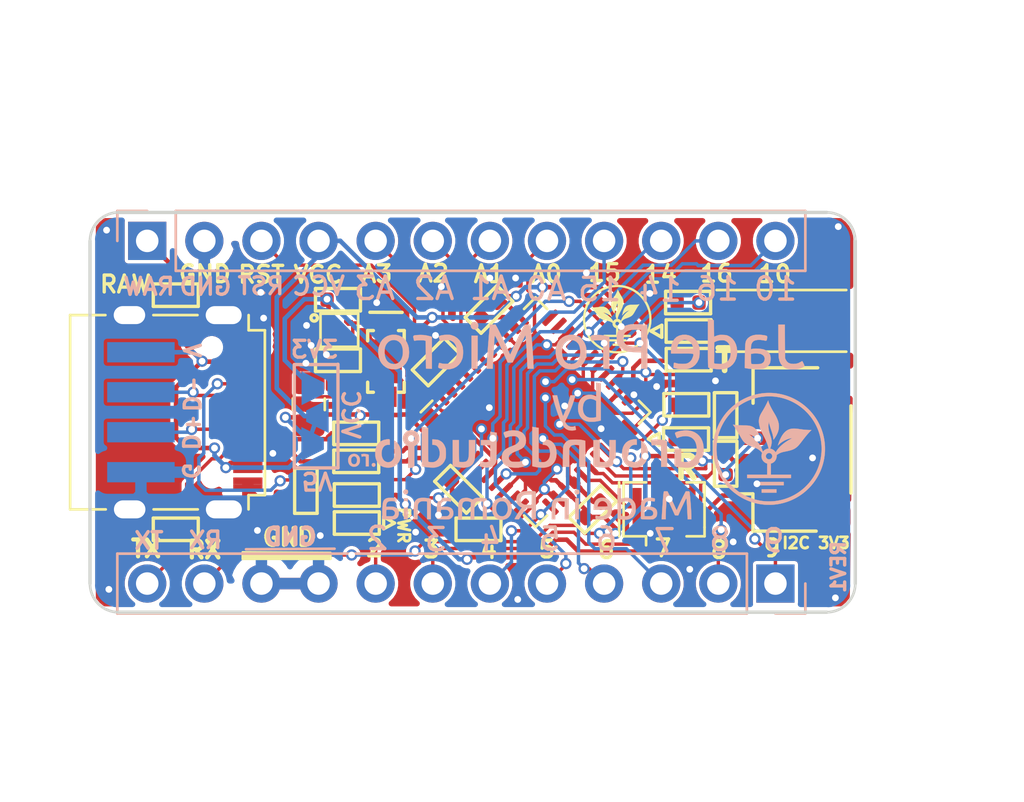
<source format=kicad_pcb>
(kicad_pcb (version 20211014) (generator pcbnew)
  (title_block (title "REV1 PZDZZP_GS Jade Pro Micro") (date "2020-10-20") (rev "REV1") (company "GroundStudio.ro") (comment 1 "Schematic: VLAD") (comment 2 "Layout: BRUNO"))
  (layers (0 "F.Cu" signal) (31 "B.Cu" signal) (34 "B.Paste" user) (35 "F.Paste" user) (36 "B.SilkS" user "B.Silkscreen") (37 "F.SilkS" user "F.Silkscreen") (38 "B.Mask" user) (39 "F.Mask" user) (44 "Edge.Cuts" user))
  (net 0 "")
  (net 1 "GND")
  (net 2 "+3V3")
  (net 3 "RESET")
  (net 4 "AREF")
  (net 5 "UCAP")
  (net 6 "VCC")
  (net 7 "D-")
  (net 8 "D+")
  (net 9 "V_USB")
  (net 10 "TXO")
  (net 11 "RXI")
  (net 12 "D4")
  (net 13 "D5")
  (net 14 "D6")
  (net 15 "D7")
  (net 16 "D8")
  (net 17 "D9")
  (net 18 "D10")
  (net 19 "MOSI")
  (net 20 "MISO")
  (net 21 "SCK")
  (net 22 "A0")
  (net 23 "A1")
  (net 24 "A2")
  (net 25 "A3")
  (net 26 "D3-SCL")
  (net 27 "D2-SDA")
  (net 28 "Net-(LED1-Pad2)")
  (net 29 "Net-(R3-Pad1)")
  (net 30 "Net-(R4-Pad1)")
  (net 31 "PD5")
  (net 32 "PB0")
  (net 33 "XTAL1")
  (net 34 "XTAL2")
  (net 35 "UD-")
  (net 36 "UD+")
  (net 37 "Net-(C1-Pad1)")
  (net 38 "Net-(U2-Pad41)")
  (net 39 "Net-(U2-Pad40)")
  (net 40 "Net-(U2-Pad33)")
  (net 41 "Net-(U2-Pad32)")
  (net 42 "Net-(U2-Pad26)")
  (net 43 "Net-(U2-Pad12)")
  (net 44 "Net-(USB1-PadB8)")
  (net 45 "Net-(USB1-PadA8)")
  (net 46 "Net-(D1-Pad2)")
  (net 47 "Net-(LED2-Pad1)")
  (net 48 "Net-(LED3-Pad1)")
  (footprint "GS_Local:R_0402_1005Metric" (layer "F.Cu") (at 75.543958 36.190642 180)
    (fp_text reference "R2" hide)
    (fp_text value "22")
  )
  (footprint "GS_Local:R_0402_1005Metric" (layer "F.Cu") (at 73.3044 37.5031 -90)
    (fp_text reference "R4" hide)
    (fp_text value "5.1k")
  )
  (footprint "GS_Local:C_0402_1005Metric" (layer "F.Cu") (at 79.099958 31.771042 -135)
    (fp_text reference "C5" hide)
    (fp_text value "0.1uF")
  )
  (footprint "GS_Local:C_0402_1005Metric" (layer "F.Cu") (at 67.517558 28.799242 180)
    (fp_text reference "C3" hide)
    (fp_text value "1uF")
  )
  (footprint "GS_Local:C_0402_1005Metric" (layer "F.Cu") (at 80.090558 37.435242 135)
    (fp_text reference "C6" hide)
    (fp_text value "1uF")
  )
  (footprint "GS_Local:C_0402_1005Metric" (layer "F.Cu") (at 74.731158 31.694842 180)
    (fp_text reference "C1" hide)
    (fp_text value "1uF")
  )
  (footprint "GS_Local:USB_C_C167321" (layer "F.Cu") (at 66.5175 34.006242 -90)
    (fp_text reference "USB1")
    (fp_text value "USB_C_FULL")
  )
  (footprint "GS_Local:R_0402_1005Metric" (layer "F.Cu") (at 91.9734 36.2966 -90)
    (fp_text reference "R10" hide)
    (fp_text value "2.2k")
  )
  (footprint "GS_Local:TS342A2P-WZ" (layer "F.Cu") (at 94.441558 29.942242 180)
    (fp_text reference "SW2" hide)
    (fp_text value "SW_Push")
  )
  (footprint "GS_Local:C_0402_1005Metric" (layer "F.Cu") (at 81.449504 29.434242 -135)
    (fp_text reference "C7" hide)
    (fp_text value "1uF")
  )
  (footprint "GS_Local:C_0402_1005Metric" (layer "F.Cu") (at 80.981958 39.213242 180)
    (fp_text reference "C4" hide)
    (fp_text value "1uF")
  )
  (footprint "GS_Local:Fuse_0805_2012Metric" (layer "F.Cu") (at 73.435758 33.650642 -90)
    (fp_text reference "F1" hide)
    (fp_text value "6V 0.5A")
  )
  (footprint "GS_Local:R_0402_1005Metric" (layer "F.Cu") (at 75.569358 37.689242 180)
    (fp_text reference "R5" hide)
    (fp_text value "1k")
  )
  (footprint "GS_Local:LED_0402_1005Metric" (layer "F.Cu") (at 90.212457 35.200042)
    (fp_text reference "LED2")
    (fp_text value "LED")
  )
  (footprint "GS_Local:Resonator_SMD_muRata_CSTxExxG-3Pin_3.2x1.3mm" (layer "F.Cu") (at 89.234558 38.324242)
    (fp_text reference "Y1")
    (fp_text value "CSTNE16M0V530000R0")
  )
  (footprint "GS_Local:C_0402_1005Metric" (layer "F.Cu") (at 86.059558 38.324242 45)
    (fp_text reference "C8" hide)
    (fp_text value "0.1uF")
  )
  (footprint "GS_Local:QFN-44-1EP_7x7mm_P0.5mm_EP5.15x5.15mm" (layer "F.Cu") (at 83.519558 34.006242 45)
    (fp_text reference "U2")
    (fp_text value "ATMEGA32U4-MUR")
  )
  (footprint "GS_Local:R_0402_1005Metric" (layer "F.Cu") (at 90.225158 33.676043 180)
    (fp_text reference "R6" hide)
    (fp_text value "1k")
  )
  (footprint "GS_Local:R_0402_1005Metric" (layer "F.Cu") (at 91.9734 34.1376 90)
    (fp_text reference "R9" hide)
    (fp_text value "2.2k")
  )
  (footprint "GS_Local:R_0402_1005Metric" (layer "F.Cu") (at 75.543958 34.946042 180)
    (fp_text reference "R1" hide)
    (fp_text value "22")
  )
  (footprint "GS_Local:LED_0402_1005Metric" (layer "F.Cu") (at 75.569358 38.933842 180)
    (fp_text reference "LED1")
    (fp_text value "LED")
  )
  (footprint "GS_Local:FBP1-1-4" (layer "F.Cu") (at 74.792358 30.360042)
    (fp_text reference "U1" hide)
    (fp_text value "ME6211C33U4AG-N")
  )
  (footprint "GS_Local:R_0402_1005Metric" (layer "F.Cu") (at 67.517558 39.213242 180)
    (fp_text reference "R3" hide)
    (fp_text value "5.1k")
  )
  (footprint "GS_Local:Fiducial_0.75mm_Mask1.5mm" (layer "F.Cu") (at 96.498958 26.868842 -90)
    (fp_text reference "REF**")
    (fp_text value "Fiducial_0.75mm_Mask1.5mm")
  )
  (footprint "GS_Local:Fiducial_0.75mm_Mask1.5mm" (layer "F.Cu") (at 64.723558 40.153042 -90)
    (fp_text reference "REF**")
    (fp_text value "Fiducial_0.75mm_Mask1.5mm")
  )
  (footprint "GS_Local:SH__1x04_P1.00mm_Horizontal" (layer "F.Cu") (at 95.2754 35.6616 90)
    (fp_text reference "X1")
    (fp_text value "i2c_3V3")
  )
  (footprint "GS_Local:C_0402_1005Metric" (layer "F.Cu") (at 74.731158 29.002442)
    (fp_text reference "C2" hide)
    (fp_text value "1uF")
  )
  (footprint "GS_Branding:GS_Logo2_3x3" (layer "F.Cu") (at 87.151758 29.866042)
    (fp_text reference "G***" hide)
    (fp_text value "LOGO" hide)
  )
  (footprint "GS_Local:SOD-123" (layer "F.Cu") (at 76.864758 31.745642 -90)
    (fp_text reference "D1")
    (fp_text value "D_Schottky")
  )
  (footprint "GS_Local:R_0402_1005Metric" (layer "F.Cu") (at 90.329158 31.669442)
    (fp_text reference "R8" hide)
    (fp_text value "10k")
  )
  (footprint "GS_Local:R_0402_1005Metric" (layer "F.Cu") (at 90.302958 29.129442 180)
    (fp_text reference "R7" hide)
    (fp_text value "1k")
  )
  (footprint "GS_Local:LED_0402_1005Metric" (layer "F.Cu") (at 90.326758 30.394362)
    (fp_text reference "LED3")
    (fp_text value "LED")
  )
  (footprint "GS_Local:SolderJumper_DUAL_NC_1-3" (layer "B.Cu") (at 70.616359 34.178962 -90)
    (fp_text reference "J1" hide)
    (fp_text value "SolderJumper_DUAL_NC_1-3")
  )
  (footprint "GS_Local:PinHeader_1x12_P2.54mm_Vertical_Male" (layer "B.Cu") (at 94.187558 41.626242 90)
    (fp_text reference "J2")
    (fp_text value "Conn_01x12")
  )
  (footprint "GS_Local:PinHeader_1x12_P2.54mm_Vertical_Male" (layer "B.Cu") (at 66.247558 26.386242 -90)
    (fp_text reference "J3")
    (fp_text value "Conn_01x12")
  )
  (footprint "GS_Local:USB-SOLDER-PADS" (layer "B.Cu") (at 65.967558 34.006242 180)
    (fp_text reference "J5" hide)
    (fp_text value "Conn_01x04" hide)
  )
  (footprint "GS_Branding:Jade Pro Micro" (layer "B.Cu") (at 86.0044 30.988 180)
    (fp_text reference "G***" hide)
    (fp_text value "LOGO" hide)
  )
  (footprint "GS_Branding:GS_GroundStudio_14.6x1.8" (layer "B.Cu") (at 83.693 35.56 180)
    (fp_text reference "G***" hide)
    (fp_text value "LOGO" hide)
  )
  (footprint "GS_Branding:GS_.ro_1.2x0.6" (layer "B.Cu") (at 75.7936 36.1442 180)
    (fp_text reference "G***" hide)
    (fp_text value "LOGO" hide)
  )
  (footprint "GS_Branding:GS_Logo2_5x5" (layer "B.Cu") (at 93.9038 35.6362 180)
    (fp_text reference "G***" hide)
    (fp_text value "LOGO" hide)
  )
  (footprint "GS_Branding:by 2.2x2.1" (layer "B.Cu") (at 85.344 33.7566 180)
    (fp_text reference "G***" hide)
    (fp_text value "LOGO" hide)
  )
  (footprint "GS_Branding:GS_Made in Romania_13.8x1.4" (layer "B.Cu") (at 83.5914 38.0746 180)
    (fp_text reference "G***" hide)
    (fp_text value "LOGO" hide)
  )
  (gr_line (start 74.731158 36.482742) (end 72.788058 36.482742) (layer "B.SilkS") (width 0.15))
  (gr_line (start 72.788058 36.482742) (end 72.788058 31.948842) (layer "B.SilkS") (width 0.15))
  (gr_line (start 74.731158 31.872642) (end 74.731158 36.482742) (layer "B.SilkS") (width 0.15))
  (gr_line (start 72.788058 31.885342) (end 74.705757 31.885342) (layer "B.SilkS") (width 0.15))
  (gr_line (start 74.578758 40.076842) (end 70.641758 40.102242) (layer "B.SilkS") (width 0.12))
  (gr_poly (pts (xy 70.489358 40.534042) (xy 70.489358 40.229242) (xy 74.400958 40.254642) (xy 74.400958 40.534042)) (layer "F.SilkS") (width 0.1) (fill solid))
  (gr_line (start 96.469199 25.120601) (end 64.9732 25.1206) (layer "Edge.Cuts") (width 0.15))
  (gr_arc (start 97.7392 41.6306) (mid 97.367226 42.528626) (end 96.4692 42.9006) (layer "Edge.Cuts") (width 0.12))
  (gr_arc (start 64.973201 42.900599) (mid 64.075175 42.528625) (end 63.7032 41.6306) (layer "Edge.Cuts") (width 0.12))
  (gr_line (start 96.4692 42.9006) (end 64.973201 42.900599) (layer "Edge.Cuts") (width 0.15))
  (gr_line (start 63.703201 26.390601) (end 63.7032 41.6306) (layer "Edge.Cuts") (width 0.15))
  (gr_line (start 97.7392 26.3906) (end 97.7392 41.6306) (layer "Edge.Cuts") (width 0.15))
  (gr_arc (start 63.703201 26.390601) (mid 64.075175 25.492575) (end 64.9732 25.1206) (layer "Edge.Cuts") (width 0.12))
  (gr_arc (start 96.469199 25.120601) (mid 97.367225 25.492575) (end 97.7392 26.3906) (layer "Edge.Cuts") (width 0.12))
  (gr_text "5V" (at 73.8124 37.0586 180) (layer "B.SilkS") (effects (font (size 0.75 0.75)) (justify mirror)))
  (gr_text "14" (at 89.056757 28.570642) (layer "B.SilkS") (effects (font (size 1 1)) (justify mirror)))
  (gr_text "3" (at 79.074558 39.670442) (layer "B.SilkS") (effects (font (size 0.9906 0.9906)) (justify mirror)))
  (gr_text "A0" (at 83.976758 28.519842) (layer "B.SilkS") (effects (font (size 1 1)) (justify mirror)))
  (gr_text "4" (at 81.512958 39.670442) (layer "B.SilkS") (effects (font (size 0.9906 0.9906)) (justify mirror)))
  (gr_text "5" (at 84.154558 39.645042) (layer "B.SilkS") (effects (font (size 0.9906 0.9906)) (justify mirror)))
  (gr_text "16" (at 91.596758 28.519842) (layer "B.SilkS") (effects (font (size 1 1)) (justify mirror)))
  (gr_text "GND" (at 72.622958 39.543442) (layer "B.SilkS") (effects (font (size 0.75 0.75) (thickness 0.1875)) (justify mirror)))
  (gr_text "10" (at 94.187558 28.519842) (layer "B.SilkS") (effects (font (size 1 1)) (justify mirror)))
  (gr_text "15" (at 86.364358 28.545242) (layer "B.SilkS") (effects (font (size 1 1)) (justify mirror)))
  (gr_text "2" (at 76.483758 39.619642) (layer "B.SilkS") (effects (font (size 0.9906 0.9906)) (justify mirror)))
  (gr_text "GND" (at 68.838358 28.418242) (layer "B.SilkS") (effects (font (size 0.75 0.75)) (justify mirror)))
  (gr_text "RST" (at 71.302158 28.392842) (layer "B.SilkS") (effects (font (size 0.75 0.75)) (justify mirror)))
  (gr_text "7" (at 89.259958 39.721242) (layer "B.SilkS") (effects (font (size 0.9906 0.9906)) (justify mirror)))
  (gr_text "8" (at 91.723758 39.670442) (layer "B.SilkS") (effects (font (size 0.9906 0.9906)) (justify mirror)))
  (gr_text "9" (at 94.111358 39.721242) (layer "B.SilkS") (effects (font (size 0.9906 0.9906)) (justify mirror)))
  (gr_text "A3" (at 76.356757 28.494442) (layer "B.SilkS") (effects (font (size 1 1)) (justify mirror)))
  (gr_text "A2" (at 78.998358 28.494442) (layer "B.SilkS") (effects (font (size 1 1)) (justify mirror)))
  (gr_text "TX" (at 66.323758 39.721242) (layer "B.SilkS") (effects (font (size 0.7366 0.7366) (thickness 0.1524)) (justify mirror)))
  (gr_text "RX" (at 68.838358 39.695842) (layer "B.SilkS") (effects (font (size 0.7366 0.7366) (thickness 0.1524)) (justify mirror)))
  (gr_text "A1" (at 81.512958 28.494442) (layer "B.SilkS") (effects (font (size 1 1)) (justify mirror)))
  (gr_text "RAW" (at 66.323758 28.418242) (layer "B.SilkS") (effects (font (size 0.75 0.75)) (justify mirror)))
  (gr_text "6" (at 86.669158 39.645042) (layer "B.SilkS") (effects (font (size 0.9906 0.9906)) (justify mirror)))
  (gr_text "VCC" (at 73.867558 28.392841) (layer "B.SilkS") (effects (font (size 0.8128 0.8128)) (justify mirror)))
  (gr_text "3V3" (at 73.6854 31.2166) (layer "B.SilkS") (effects (font (size 0.75 0.75)) (justify mirror)))
  (gr_text "D-" (at 68.2752 33.193441 90) (layer "B.SilkS") (effects (font (size 0.7 0.7))))
  (gr_text "G" (at 68.177958 36.622443 270) (layer "B.SilkS") (effects (font (size 0.7 0.7)) (justify mirror)))
  (gr_text "V" (at 68.2244 31.263041 270) (layer "B.SilkS") (effects (font (size 0.7 0.7)) (justify mirror)))
  (gr_text "REV1" (at 96.991596 40.88762 90) (layer "B.SilkS") (effects (font (size 0.6096 0.6096)) (justify mirror)))
  (gr_text "D+" (at 68.2498 34.8996 90) (layer "B.SilkS") (effects (font (size 0.7 0.7))))
  (gr_text "VCC" (at 75.289958 34.107842 270) (layer "B.SilkS") (effects (font (size 0.75 0.75)) (justify mirror)))
  (gr_text "RX" (at 68.787558 40.127642) (layer "F.SilkS") (effects (font (size 0.75 0.75) (thickness 0.1875))))
  (gr_text "GND" (at 72.546758 39.568842) (layer "F.SilkS") (effects (font (size 0.75 0.75) (thickness 0.1875))))
  (gr_text "3" (at 78.896758 40.102242) (layer "F.SilkS") (effects (font (size 0.75 0.75))))
  (gr_text "4" (at 81.436758 40.127642) (layer "F.SilkS") (effects (font (size 0.75 0.75))))
  (gr_text "5" (at 84.027558 40.102242) (layer "F.SilkS") (effects (font (size 0.75 0.75))))
  (gr_text "6" (at 86.669158 40.127642) (layer "F.SilkS") (effects (font (size 0.75 0.75))))
  (gr_text "7" (at 89.183758 40.051442) (layer "F.SilkS") (effects (font (size 0.75 0.75))))
  (gr_text "8" (at 91.672958 40.127642) (layer "F.SilkS") (effects (font (size 0.75 0.75))))
  (gr_text "GND" (at 68.812958 27.859442) (layer "F.SilkS") (effects (font (size 0.75 0.75))))
  (gr_text "RST" (at 71.327558 27.884842) (layer "F.SilkS") (effects (font (size 0.75 0.75))))
  (gr_text "VCC" (at 73.842158 27.884842) (layer "F.SilkS") (effects (font (size 0.75 0.75))))
  (gr_text "A3" (at 76.458358 27.859442) (layer "F.SilkS") (effects (font (size 0.75 0.75))))
  (gr_text "A2" (at 78.972958 27.834042) (layer "F.SilkS") (effects (font (size 0.75 0.75))))
  (gr_text "10" (at 94.162158 27.859442) (layer "F.SilkS") (effects (font (size 0.75 0.75))))
  (gr_text "A0" (at 84.002158 27.859442) (layer "F.SilkS") (effects (font (size 0.75 0.75))))
  (gr_text "15" (at 86.592958 27.808642) (layer "F.SilkS") (effects (font (size 0.75 0.75))))
  (gr_text "16" (at 91.571358 27.834042) (layer "F.SilkS") (effects (font (size 0.75 0.75))))
  (gr_text "14" (at 89.082158 27.884842) (layer "F.SilkS") (effects (font (size 0.75 0.75))))
  (gr_text "A1" (at 81.462158 27.859442) (layer "F.SilkS") (effects (font (size 0.75 0.75))))
  (gr_text "RAW" (at 65.282357 28.316642) (layer "F.SilkS") (effects (font (size 0.75 0.75))))
  (gr_text "9" (at 94.035158 40.051442) (layer "F.SilkS") (effects (font (size 0.75 0.75))))
  (gr_text "TX" (at 66.196758 40.076842) (layer "F.SilkS") (effects (font (size 0.75 0.75) (thickness 0.1875))))
  (gr_text "PWR" (at 77.652158 39.035442 270) (layer "F.SilkS") (effects (font (size 0.508 0.508) (thickness 0.127))))
  (gr_text "I2C 3V3" (at 95.990958 39.822842) (layer "F.SilkS") (effects (font (size 0.5 0.5) (thickness 0.125))))
  (gr_text "T" (at 91.926958 31.694842) (layer "F.SilkS") (effects (font (size 1 1) (thickness 0.25))))
  (gr_text "R" (at 90.250558 36.470042) (layer "F.SilkS") (effects (font (size 1 1) (thickness 0.25))))
  (gr_text "2" (at 76.356758 40.051442) (layer "F.SilkS") (effects (font (size 0.75 0.75))))
  (segment (start 89.234558 38.324242) (end 89.234558 38.095642) (width 0.2032) (layer "F.Cu") (net 1))
  (segment (start 79.805721 37.150405) (end 79.80572 38.522005) (width 0.2032) (layer "F.Cu") (net 1))
  (segment (start 84.970815 36.871712) (end 84.970815 36.325176) (width 0.2032) (layer "F.Cu") (net 1))
  (segment (start 79.070579 30.988647) (end 79.070579 30.590731) (width 0.2032) (layer "F.Cu") (net 1))
  (segment (start 70.723178 30.521222) (end 71.4248 29.8196) (width 0.2032) (layer "F.Cu") (net 1))
  (segment (start 85.243131 37.144028) (end 84.970815 36.871712) (width 0.2032) (layer "F.Cu") (net 1))
  (segment (start 70.723178 30.661062) (end 70.723178 30.960781) (width 0.2032) (layer "F.Cu") (net 1))
  (segment (start 87.832524 33.22881) (end 87.892348 33.22881) (width 0.2032) (layer "F.Cu") (net 1))
  (segment (start 89.234558 38.778873) (end 88.61841 39.395021) (width 0.2032) (layer "F.Cu") (net 1))
  (segment (start 87.579559 39.476445) (end 87.631357 39.528243) (width 0.2032) (layer "F.Cu") (net 1))
  (segment (start 79.747611 37.092295) (end 79.747611 37.071082) (width 0.2032) (layer "F.Cu") (net 1))
  (segment (start 87.718005 33.343329) (end 87.832524 33.22881) (width 0.2032) (layer "F.Cu") (net 1))
  (segment (start 70.723178 30.661062) (end 70.723178 30.521222) (width 0.2032) (layer "F.Cu") (net 1))
  (segment (start 74.445558 30.685042) (end 74.312358 30.685042) (width 0.3556) (layer "F.Cu") (net 1))
  (segment (start 78.815121 32.055879) (end 78.815121 31.244105) (width 0.2032) (layer "F.Cu") (net 1))
  (segment (start 79.674665 32.989776) (end 79.632798 32.989776) (width 0.2032) (layer "F.Cu") (net 1))
  (segment (start 81.106558 29.777189) (end 81.106558 28.418243) (width 0.2032) (layer "F.Cu") (net 1))
  (segment (start 82.503091 30.161349) (end 82.118932 29.777189) (width 0.2032) (layer "F.Cu") (net 1))
  (segment (start 74.312358 30.685042) (end 74.312358 31.224642) (width 0.3556) (layer "F.Cu") (net 1))
  (segment (start 79.80572 38.522005) (end 80.496958 39.213242) (width 0.2032) (layer "F.Cu") (net 1))
  (segment (start 74.637358 30.493242) (end 74.445558 30.685042) (width 0.3556) (layer "F.Cu") (net 1))
  (segment (start 86.43608 34.859911) (end 86.43608 34.738364) (width 0.2032) (layer "F.Cu") (net 1))
  (segment (start 81.106558 28.418243) (end 81.487558 28.037242) (width 0.2032) (layer "F.Cu") (net 1))
  (segment (start 78.815121 31.244105) (end 79.070579 30.988647) (width 0.2032) (layer "F.Cu") (net 1))
  (segment (start 87.579559 39.158349) (end 87.579559 39.476445) (width 0.2032) (layer "F.Cu") (net 1))
  (segment (start 78.757011 32.113989) (end 78.815121 32.055879) (width 0.2032) (layer "F.Cu") (net 1))
  (segment (start 89.234558 38.324242) (end 89.234558 38.778873) (width 0.2032) (layer "F.Cu") (net 1))
  (segment (start 86.402505 37.981295) (end 86.080398 37.981295) (width 0.2032) (layer "F.Cu") (net 1))
  (segment (start 74.168 31.369) (end 74.168 31.0642) (width 0.3556) (layer "F.Cu") (net 1))
  (segment (start 71.354776 37.9881) (end 73.3044 37.9881) (width 0.2032) (layer "F.Cu") (net 1))
  (segment (start 74.312358 31.224642) (end 74.168 31.369) (width 0.3556) (layer "F.Cu") (net 1))
  (segment (start 82.118932 29.777189) (end 81.106558 29.777189) (width 0.2032) (layer "F.Cu") (net 1))
  (segment (start 89.234558 38.095642) (end 89.463158 37.867042) (width 0.2032) (layer "F.Cu") (net 1))
  (segment (start 70.723178 37.056782) (end 70.723178 37.356501) (width 0.2032) (layer "F.Cu") (net 1))
  (segment (start 79.632798 32.989776) (end 78.757011 32.113989) (width 0.2032) (layer "F.Cu") (net 1))
  (segment (start 86.080398 37.981295) (end 85.243131 37.144028) (width 0.2032) (layer "F.Cu") (net 1))
  (segment (start 88.485188 39.528243) (end 88.61841 39.395021) (width 0.2032) (layer "F.Cu") (net 1))
  (segment (start 86.402505 37.981295) (end 87.579559 39.158349) (width 0.2032) (layer "F.Cu") (net 1))
  (segment (start 79.747611 37.092295) (end 79.805721 37.150405) (width 0.2032) (layer "F.Cu") (net 1))
  (segment (start 70.723178 37.356502) (end 71.354776 37.9881) (width 0.2032) (layer "F.Cu") (net 1))
  (segment (start 79.747611 37.071082) (end 80.735325 36.083368) (width 0.2032) (layer "F.Cu") (net 1))
  (segment (start 84.970815 36.325176) (end 86.43608 34.859911) (width 0.2032) (layer "F.Cu") (net 1))
  (segment (start 87.631357 39.528243) (end 88.485188 39.528243) (width 0.2032) (layer "F.Cu") (net 1))
  (via (at 93.364598 37.188862) (size 0.5) (drill 0.3) (layers "F.Cu" "B.Cu") (net 1))
  (via (at 71.149758 39.264042) (size 0.5) (drill 0.3) (layers "F.Cu" "B.Cu") (net 1))
  (via (at 96.854558 42.261242) (size 0.5) (drill 0.3) (layers "F.Cu" "B.Cu") (net 1))
  (via (at 74.2188 31.4452) (size 0.5) (drill 0.3) (layers "F.Cu" "B.Cu") (net 1))
  (via (at 73.3044 31.8262) (size 0.5) (drill 0.3) (layers "F.Cu" "B.Cu") (net 1))
  (via (at 79.201558 38.578242) (size 0.5) (drill 0.3) (layers "F.Cu" "B.Cu") (net 1))
  (via (at 91.520558 32.609242) (size 0.5) (drill 0.3) (layers "F.Cu" "B.Cu") (net 1))
  (via (at 73.943759 39.492641) (size 0.5) (drill 0.3) (layers "F.Cu" "B.Cu") (net 1))
  (via (at 79.328558 28.418242) (size 0.5) (drill 0.3) (layers "F.Cu" "B.Cu") (net 1))
  (via (at 64.4398 25.908) (size 0.5) (drill 0.3) (layers "F.Cu" "B.Cu") (net 1))
  (via (at 92.307958 39.772043) (size 0.5) (drill 0.3) (layers "F.Cu" "B.Cu") (net 1))
  (via (at 78.185558 39.340242) (size 0.5) (drill 0.3) (layers "F.Cu" "B.Cu") (net 1))
  (via (at 88.904358 32.863242) (size 0.5) (drill 0.3) (layers "F.Cu" "B.Cu") (net 1))
  (via (at 82.727078 42.332362) (size 0.5) (drill 0.3) (layers "F.Cu" "B.Cu") (net 1))
  (via (at 85.780158 27.808642) (size 0.5) (drill 0.3) (layers "F.Cu" "B.Cu") (net 1))
  (via (at 81.487558 28.037242) (size 0.5) (drill 0.3) (layers "F.Cu" "B.Cu") (net 1))
  (via (at 71.2978 28.6766) (size 0.5) (drill 0.3) (layers "F.Cu" "B.Cu") (net 1))
  (via (at 79.070579 30.590731) (size 0.5) (drill 0.3) (layers "F.Cu" "B.Cu") (net 1))
  (via (at 82.630558 28.037242) (size 0.5) (drill 0.3) (layers "F.Cu" "B.Cu") (net 1))
  (via (at 71.4248 29.8196) (size 0.5) (drill 0.3) (layers "F.Cu" "B.Cu") (net 1))
  (via (at 88.61841 39.395021) (size 0.5) (drill 0.3) (layers "F.Cu" "B.Cu") (net 1))
  (via (at 84.814958 33.726843) (size 0.5) (drill 0.3) (layers "F.Cu" "B.Cu") (net 1))
  (via (at 64.5414 41.8846) (size 0.5) (drill 0.3) (layers "F.Cu" "B.Cu") (net 1))
  (via (at 95.838558 36.038242) (size 0.5) (drill 0.3) (layers "F.Cu" "B.Cu") (net 1))
  (via (at 88.599558 28.723042) (size 0.5) (drill 0.3) (layers "F.Cu" "B.Cu") (net 1))
  (via (at 87.329558 30.196242) (size 0.5) (drill 0.3) (layers "F.Cu" "B.Cu") (net 1))
  (via (at 87.892348 33.22881) (size 0.5) (drill 0.3) (layers "F.Cu" "B.Cu") (net 1))
  (via (at 81.462158 33.803042) (size 0.5) (drill 0.3) (layers "F.Cu" "B.Cu") (net 1))
  (via (at 90.377558 40.991242) (size 0.5) (drill 0.3) (layers "F.Cu" "B.Cu") (net 1))
  (via (at 73.334158 30.145442) (size 0.5) (drill 0.3) (layers "F.Cu" "B.Cu") (net 1))
  (via (at 96.981558 25.751242) (size 0.5) (drill 0.3) (layers "F.Cu" "B.Cu") (net 1))
  (via (at 76.454 29.1338) (size 0.5) (drill 0.3) (layers "F.Cu" "B.Cu") (net 1))
  (via (at 71.835558 35.835042) (size 0.5) (drill 0.3) (layers "F.Cu" "B.Cu") (net 1))
  (via (at 86.567558 30.932842) (size 0.5) (drill 0.3) (layers "F.Cu" "B.Cu") (net 1))
  (via (at 86.43608 34.738364) (size 0.5) (drill 0.3) (layers "F.Cu" "B.Cu") (net 1))
  (via (at 89.463158 37.867042) (size 0.5) (drill 0.3) (layers "F.Cu" "B.Cu") (net 1))
  (via (at 73.537358 31.034442) (size 0.5) (drill 0.3) (layers "F.Cu" "B.Cu") (net 1))
  (segment (start 91.82439 37.71561) (end 94.313148 37.71561) (width 0.2032) (layer "F.Cu") (net 2))
  (segment (start 77.696172 38.070242) (end 77.729436 38.103506) (width 0.2032) (layer "F.Cu") (net 2))
  (segment (start 74.312358 30.035042) (end 74.312358 29.043268) (width 0.2032) (layer "F.Cu") (net 2))
  (segment (start 77.315172 37.689242) (end 77.729436 38.103506) (width 0.2032) (layer "F.Cu") (net 2))
  (segment (start 80.558992 40.457853) (end 83.637225 40.457853) (width 0.2032) (layer "F.Cu") (net 2))
  (segment (start 93.3958 36.1616) (end 92.3234 36.1616) (width 0.2032) (layer "F.Cu") (net 2))
  (segment (start 74.312358 29.043268) (end 74.246132 28.977042) (width 0.2032) (layer "F.Cu") (net 2))
  (segment (start 85.43388 40.203842) (end 90.583428 40.203842) (width 0.2032) (layer "F.Cu") (net 2))
  (segment (start 83.637225 40.457853) (end 84.420637 39.674441) (width 0.2032) (layer "F.Cu") (net 2))
  (segment (start 94.54981 37.478948) (end 94.54981 36.41561) (width 0.2032) (layer "F.Cu") (net 2))
  (segment (start 76.054358 37.689242) (end 77.315172 37.689242) (width 0.2032) (layer "F.Cu") (net 2))
  (segment (start 84.904479 39.674441) (end 85.43388 40.203842) (width 0.2032) (layer "F.Cu") (net 2))
  (segment (start 91.19337 39.593901) (end 91.193369 38.346631) (width 0.2032) (layer "F.Cu") (net 2))
  (segment (start 80.471558 40.545287) (end 80.558992 40.457853) (width 0.2032) (layer "F.Cu") (net 2))
  (segment (start 90.583428 40.203842) (end 91.19337 39.593901) (width 0.2032) (layer "F.Cu") (net 2))
  (segment (start 94.2958 36.1616) (end 93.3958 36.1616) (width 0.2032) (layer "F.Cu") (net 2))
  (segment (start 92.3234 36.1616) (end 91.9734 35.8116) (width 0.2032) (layer "F.Cu") (net 2))
  (segment (start 94.313148 37.71561) (end 94.54981 37.478948) (width 0.2032) (layer "F.Cu") (net 2))
  (segment (start 84.420637 39.674441) (end 84.904479 39.674441) (width 0.2032) (layer "F.Cu") (net 2))
  (segment (start 91.9734 35.8116) (end 91.9734 34.6226) (width 0.2032) (layer "F.Cu") (net 2))
  (segment (start 91.193369 38.346631) (end 91.82439 37.71561) (width 0.2032) (layer "F.Cu") (net 2))
  (segment (start 94.54981 36.41561) (end 94.2958 36.1616) (width 0.2032) (layer "F.Cu") (net 2))
  (via (at 80.471558 40.545287) (size 0.5) (drill 0.3) (layers "F.Cu" "B.Cu") (net 2))
  (via (at 74.246132 28.977042) (size 0.5) (drill 0.3) (layers "F.Cu" "B.Cu") (net 2))
  (via (at 77.729436 38.103506) (size 0.5) (drill 0.3) (layers "F.Cu" "B.Cu") (net 2))
  (segment (start 73.613559 32.939442) (end 72.364609 31.690492) (width 0.2032) (layer "B.Cu") (net 2))
  (segment (start 77.729435 38.156718) (end 77.729436 38.103506) (width 0.2032) (layer "B.Cu") (net 2))
  (segment (start 77.479437 32.210347) (end 74.246132 28.977042) (width 0.2032) (layer "B.Cu") (net 2))
  (segment (start 77.479437 37.853507) (end 77.479437 32.210347) (width 0.2032) (layer "B.Cu") (net 2))
  (segment (start 72.364609 29.844991) (end 73.232558 28.977042) (width 0.2032) (layer "B.Cu") (net 2))
  (segment (start 80.118005 40.545287) (end 77.729435 38.156718) (width 0.2032) (layer "B.Cu") (net 2))
  (segment (start 80.471558 40.545287) (end 80.118005 40.545287) (width 0.2032) (layer "B.Cu") (net 2))
  (segment (start 72.364609 31.690492) (end 72.364609 29.844991) (width 0.2032) (layer "B.Cu") (net 2))
  (segment (start 77.729436 38.103506) (end 77.479437 37.853507) (width 0.2032) (layer "B.Cu") (net 2))
  (segment (start 73.232558 28.977042) (end 74.246132 28.977042) (width 0.2032) (layer "B.Cu") (net 2))
  (segment (start 84.536024 37.851135) (end 84.334203 37.851135) (width 0.1524) (layer "F.Cu") (net 3))
  (segment (start 88.523358 32.329842) (end 88.421758 32.228242) (width 0.1524) (layer "F.Cu") (net 3))
  (segment (start 85.743176 34.754424) (end 86.445275 34.052325) (width 0.1524) (layer "F.Cu") (net 3))
  (segment (start 90.153758 32.329842) (end 88.523358 32.329842) (width 0.1524) (layer "F.Cu") (net 3))
  (segment (start 78.134758 30.954571) (end 78.129299 30.96003) (width 0.1524) (layer "F.Cu") (net 3))
  (segment (start 84.466805 36.362198) (end 85.743176 35.085827) (width 0.1524) (layer "F.Cu") (net 3))
  (segment (start 82.466346 38.756415) (end 82.51509 38.805158) (width 0.1524) (layer "F.Cu") (net 3))
  (segment (start 84.334203 37.851135) (end 83.909789 37.426721) (width 0.1524) (layer "F.Cu") (net 3))
  (segment (start 81.464558 39.086242) (end 81.794386 38.756414) (width 0.1524) (layer "F.Cu") (net 3))
  (segment (start 71.327558 26.386243) (end 72.406158 27.464843) (width 0.1524) (layer "F.Cu") (net 3))
  (segment (start 78.129299 31.462939) (end 77.799016 31.793222) (width 0.1524) (layer "F.Cu") (net 3))
  (segment (start 84.466805 36.529346) (end 84.466805 36.362198) (width 0.1524) (layer "F.Cu") (net 3))
  (segment (start 78.134758 29.383442) (end 78.134758 30.954571) (width 0.1524) (layer "F.Cu") (net 3))
  (segment (start 86.445275 34.052325) (end 87.814827 34.052325) (width 0.1524) (layer "F.Cu") (net 3))
  (segment (start 84.289108 37.60422) (end 84.536024 37.851135) (width 0.1524) (layer "F.Cu") (net 3))
  (segment (start 87.814827 34.052325) (end 88.421758 33.445394) (width 0.1524) (layer "F.Cu") (net 3))
  (segment (start 83.582002 37.979415) (end 83.582002 37.863134) (width 0.1524) (layer "F.Cu") (net 3))
  (segment (start 77.799016 32.3994) (end 79.355059 33.955442) (width 0.1524) (layer "F.Cu") (net 3))
  (segment (start 82.51509 38.805158) (end 82.756258 38.805158) (width 0.1524) (layer "F.Cu") (net 3))
  (segment (start 81.173942 32.647061) (end 83.961133 32.647061) (width 0.1524) (layer "F.Cu") (net 3))
  (segment (start 76.216159 27.464843) (end 78.134758 29.383442) (width 0.1524) (layer "F.Cu") (net 3))
  (segment (start 83.582002 37.863134) (end 83.840916 37.60422) (width 0.1524) (layer "F.Cu") (net 3))
  (segment (start 78.129299 30.96003) (end 78.129299 31.462939) (width 0.1524) (layer "F.Cu") (net 3))
  (segment (start 72.406158 27.464843) (end 76.216159 27.464843) (width 0.1524) (layer "F.Cu") (net 3))
  (segment (start 92.216558 30.267042) (end 90.153758 32.329842) (width 0.1524) (layer "F.Cu") (net 3))
  (segment (start 84.287051 37.602163) (end 84.536024 37.851135) (width 0.1524) (layer "F.Cu") (net 3))
  (segment (start 77.799016 31.793222) (end 77.799016 32.3994) (width 0.1524) (layer "F.Cu") (net 3))
  (segment (start 79.865561 33.955442) (end 81.173942 32.647061) (width 0.1524) (layer "F.Cu") (net 3))
  (segment (start 88.421758 33.445394) (end 88.421758 32.228242) (width 0.1524) (layer "F.Cu") (net 3))
  (segment (start 83.840916 37.60422) (end 84.289108 37.60422) (width 0.1524) (layer "F.Cu") (net 3))
  (segment (start 82.756258 38.805158) (end 83.582002 37.979415) (width 0.1524) (layer "F.Cu") (net 3))
  (segment (start 85.743176 35.085827) (end 85.743176 34.754424) (width 0.1524) (layer "F.Cu") (net 3))
  (segment (start 92.216558 29.942242) (end 92.216558 30.267042) (width 0.1524) (layer "F.Cu") (net 3))
  (segment (start 81.794386 38.756414) (end 82.466346 38.756415) (width 0.1524) (layer "F.Cu") (net 3))
  (segment (start 79.355059 33.955442) (end 79.865561 33.955442) (width 0.1524) (layer "F.Cu") (net 3))
  (via (at 88.421758 32.228242) (size 0.5) (drill 0.3) (layers "F.Cu" "B.Cu") (net 3))
  (via (at 83.909789 37.426721) (size 0.5) (drill 0.3) (layers "F.Cu" "B.Cu") (net 3))
  (via (at 84.466805 36.529346) (size 0.5) (drill 0.3) (layers "F.Cu" "B.Cu") (net 3))
  (via (at 83.961133 32.647061) (size 0.5) (drill 0.3) (layers "F.Cu" "B.Cu") (net 3))
  (segment (start 84.466805 36.529346) (end 83.909789 37.086362) (width 0.1524) (layer "B.Cu") (net 3))
  (segment (start 86.712892 32.076078) (end 86.865056 32.228242) (width 0.1524) (layer "B.Cu") (net 3))
  (segment (start 84.346387 32.647061) (end 84.91737 32.076077) (width 0.1524) (layer "B.Cu") (net 3))
  (segment (start 83.961133 32.647061) (end 84.346387 32.647061) (width 0.1524) (layer "B.Cu") (net 3))
  (segment (start 84.91737 32.076077) (end 86.712892 32.076078) (width 0.1524) (layer "B.Cu") (net 3))
  (segment (start 86.865056 32.228242) (end 88.421758 32.228242) (width 0.1524) (layer "B.Cu") (net 3))
  (segment (start 83.909789 37.086362) (end 83.909789 37.426721) (width 0.1524) (layer "B.Cu") (net 3))
  (segment (start 79.442905 32.227686) (end 79.442905 31.428095) (width 0.1524) (layer "F.Cu") (net 4))
  (segment (start 80.028218 32.636223) (end 79.851442 32.636224) (width 0.1524) (layer "F.Cu") (net 4))
  (segment (start 79.851442 32.636224) (end 79.442905 32.227686) (width 0.1524) (layer "F.Cu") (net 4))
  (segment (start 80.433505 37.092295) (end 80.433504 37.778189) (width 0.1524) (layer "F.Cu") (net 5))
  (segment (start 81.088878 36.436922) (end 80.433505 37.092295) (width 0.1524) (layer "F.Cu") (net 5))
  (segment (start 78.45951 31.096807) (end 78.566569 30.989748) (width 0.2032) (layer "F.Cu") (net 6))
  (segment (start 86.574268 38.66719) (end 87.075557 39.168479) (width 0.2032) (layer "F.Cu") (net 6))
  (segment (start 79.209935 33.34333) (end 78.129227 32.262622) (width 0.2032) (layer "F.Cu") (net 6))
  (segment (start 90.390768 30.614832) (end 90.611238 30.394362) (width 0.2032) (layer "F.Cu") (net 6))
  (segment (start 89.285358 31.342865) (end 86.386136 28.443643) (width 0.2032) (layer "F.Cu") (net 6))
  (segment (start 78.45951 31.599716) (end 78.45951 31.096807) (width 0.2032) (layer "F.Cu") (net 6))
  (segment (start 78.566569 30.989748) (end 78.566569 30.145431) (width 0.2032) (layer "F.Cu") (net 6))
  (segment (start 84.425343 37.033348) (end 84.889577 37.497582) (width 0.2032) (layer "F.Cu") (net 6))
  (segment (start 87.364451 32.989776) (end 86.632113 33.722114) (width 0.2032) (layer "F.Cu") (net 6))
  (segment (start 78.129227 32.262622) (end 78.129227 31.929999) (width 0.2032) (layer "F.Cu") (net 6))
  (segment (start 88.183834 31.720242) (end 87.866956 32.03712) (width 0.2032) (layer "F.Cu") (net 6))
  (segment (start 87.866956 32.03712) (end 87.866956 32.487271) (width 0.2032) (layer "F.Cu") (net 6))
  (segment (start 90.611238 30.394362) (end 90.811758 30.394362) (width 0.2032) (layer "F.Cu") (net 6))
  (segment (start 89.285358 31.720242) (end 89.793358 31.720242) (width 0.2032) (layer "F.Cu") (net 6))
  (segment (start 82.033705 28.850042) (end 81.792452 29.091294) (width 0.2032) (layer "F.Cu") (net 6))
  (segment (start 90.15557 31.35803) (end 90.15557 30.968372) (width 0.2032) (layer "F.Cu") (net 6))
  (segment (start 79.321111 33.34333) (end 79.209935 33.34333) (width 0.2032) (layer "F.Cu") (net 6))
  (segment (start 85.412965 34.913753) (end 84.902064 35.424654) (width 0.2032) (layer "F.Cu") (net 6))
  (segment (start 86.632113 33.722114) (end 86.308498 33.722114) (width 0.2032) (layer "F.Cu") (net 6))
  (segment (start 89.285358 31.720242) (end 89.285358 31.342865) (width 0.2032) (layer "F.Cu") (net 6))
  (segment (start 85.716611 38.324616) (end 84.889577 37.497582) (width 0.2032) (layer "F.Cu") (net 6))
  (segment (start 85.71661 38.667189) (end 86.574268 38.66719) (width 0.2032) (layer "F.Cu") (net 6))
  (segment (start 78.129227 31.929999) (end 78.45951 31.599716) (width 0.2032) (layer "F.Cu") (net 6))
  (segment (start 86.386136 28.443643) (end 83.824352 28.443643) (width 0.2032) (layer "F.Cu") (net 6))
  (segment (start 88.400348 35.958711) (end 89.938788 35.958711) (width 0.2032) (layer "F.Cu") (net 6))
  (segment (start 84.224882 37.033348) (end 84.425343 37.033348) (width 0.2032) (layer "F.Cu") (net 6))
  (segment (start 85.71661 38.667189) (end 85.716611 38.324616) (width 0.2032) (layer "F.Cu") (net 6))
  (segment (start 86.308498 33.722114) (end 85.412966 34.617646) (width 0.2032) (layer "F.Cu") (net 6))
  (segment (start 89.793358 31.720242) (end 90.15557 31.35803) (width 0.2032) (layer "F.Cu") (net 6))
  (segment (start 84.851264 35.424654) (end 83.962803 36.313115) (width 0.2032) (layer "F.Cu") (net 6))
  (segment (start 82.655958 28.850042) (end 82.033705 28.850042) (width 0.2032) (layer "F.Cu") (net 6))
  (segment (start 85.412966 34.617646) (end 85.412965 34.913753) (width 0.2032) (layer "F.Cu") (net 6))
  (segment (start 83.962802 36.771268) (end 84.224882 37.033348) (width 0.2032) (layer "F.Cu") (net 6))
  (segment (start 89.285358 31.720242) (end 88.183834 31.720242) (width 0.2032) (layer "F.Cu") (net 6))
  (segment (start 90.15557 30.968372) (end 90.390768 30.733174) (width 0.2032) (layer "F.Cu") (net 6))
  (segment (start 89.938788 35.958711) (end 90.697457 35.200042) (width 0.2032) (layer "F.Cu") (net 6))
  (segment (start 84.902064 35.424654) (end 84.851264 35.424654) (width 0.2032) (layer "F.Cu") (net 6))
  (segment (start 82.140144 29.091295) (end 82.856644 29.807795) (width 0.2032) (layer "F.Cu") (net 6))
  (segment (start 81.792452 29.091294) (end 82.140144 29.091295) (width 0.2032) (layer "F.Cu") (net 6))
  (segment (start 87.866956 32.487271) (end 87.364451 32.989776) (width 0.2032) (layer "F.Cu") (net 6))
  (segment (start 78.566569 30.145431) (end 78.922158 29.789842) (width 0.2032) (layer "F.Cu") (net 6))
  (segment (start 87.075557 39.168479) (end 87.075558 39.395021) (width 0.2032) (layer "F.Cu") (net 6))
  (segment (start 83.962803 36.313115) (end 83.962802 36.771268) (width 0.2032) (layer "F.Cu") (net 6))
  (segment (start 90.390768 30.733174) (end 90.390768 30.614832) (width 0.2032) (layer "F.Cu") (net 6))
  (via (at 82.655958 28.850042) (size 0.5) (drill 0.3) (layers "F.Cu" "B.Cu") (net 6))
  (via (at 78.922158 29.789842) (size 0.5) (drill 0.3) (layers "F.Cu" "B.Cu") (net 6))
  (via (at 88.400348 35.958711) (size 0.5) (drill 0.3) (layers "F.Cu" "B.Cu") (net 6))
  (via (at 83.824352 28.443643) (size 0.5) (drill 0.3) (layers "F.Cu" "B.Cu") (net 6))
  (via (at 87.075558 39.395021) (size 0.5) (drill 0.3) (layers "F.Cu" "B.Cu") (net 6))
  (segment (start 72.008998 28.89098) (end 74.513735 26.386243) (width 0.2032) (layer "B.Cu") (net 6))
  (segment (start 74.513735 26.386243) (end 74.834806 26.386243) (width 0.2032) (layer "B.Cu") (net 6))
  (segment (start 82.655958 28.850042) (end 83.062358 28.443643) (width 0.2032) (layer "B.Cu") (net 6))
  (segment (start 72.008998 32.944107) (end 72.008998 28.89098) (width 0.2032) (layer "B.Cu") (net 6))
  (segment (start 73.243853 34.178962) (end 72.008998 32.944107) (width 0.2032) (layer "B.Cu") (net 6))
  (segment (start 73.816359 34.178962) (end 73.243853 34.178962) (width 0.2032) (layer "B.Cu") (net 6))
  (segment (start 83.062358 28.443643) (end 83.824352 28.443643) (width 0.2032) (layer "B.Cu") (net 6))
  (segment (start 78.238405 29.789842) (end 78.922158 29.789842) (width 0.2032) (layer "B.Cu") (net 6))
  (segment (start 81.716158 29.789842) (end 78.922158 29.789842) (width 0.2032) (layer "B.Cu") (net 6))
  (segment (start 88.400348 35.958711) (end 88.400348 38.070231) (width 0.2032) (layer "B.Cu") (net 6))
  (segment (start 88.400348 38.070231) (end 87.075558 39.395021) (width 0.2032) (layer "B.Cu") (net 6))
  (segment (start 74.834806 26.386243) (end 78.238405 29.789842) (width 0.2032) (layer "B.Cu") (net 6))
  (segment (start 82.655958 28.850042) (end 81.716158 29.789842) (width 0.2032) (layer "B.Cu") (net 6))
  (segment (start 71.596798 33.259482) (end 70.723178 33.259482) (width 0.1524) (layer "F.Cu") (net 7))
  (segment (start 71.835558 33.858963) (end 71.835558 33.498242) (width 0.1524) (layer "F.Cu") (net 7))
  (segment (start 70.723178 34.260242) (end 71.434278 34.260242) (width 0.1524) (layer "F.Cu") (net 7))
  (segment (start 70.723178 33.259482) (end 68.425782 33.259482) (width 0.1524) (layer "F.Cu") (net 7))
  (segment (start 71.434278 34.260242) (end 71.835558 33.858963) (width 0.1524) (layer "F.Cu") (net 7))
  (segment (start 71.698177 34.260241) (end 72.565098 35.127163) (width 0.2) (layer "F.Cu") (net 7))
  (segment (start 74.237679 35.203043) (end 74.288159 35.152563) (width 0.2) (layer "F.Cu") (net 7))
  (segment (start 71.835558 33.498242) (end 71.596798 33.259482) (width 0.1524) (layer "F.Cu") (net 7))
  (segment (start 72.633837 35.203043) (end 74.237679 35.203043) (width 0.2) (layer "F.Cu") (net 7))
  (segment (start 70.723178 34.260242) (end 71.698177 34.260241) (width 0.2) (layer "F.Cu") (net 7))
  (segment (start 72.583357 35.127163) (end 72.583357 35.152563) (width 0.2) (layer "F.Cu") (net 7))
  (segment (start 72.565098 35.127163) (end 72.583357 35.127163) (width 0.2) (layer "F.Cu") (net 7))
  (segment (start 74.450755 34.946042) (end 75.058958 34.946042) (width 0.2) (layer "F.Cu") (net 7))
  (segment (start 72.583357 35.152563) (end 72.633837 35.203043) (width 0.2) (layer "F.Cu") (net 7))
  (segment (start 74.288159 35.152563) (end 74.288159 35.108638) (width 0.2) (layer "F.Cu") (net 7))
  (segment (start 74.288159 35.108638) (end 74.450755 34.946042) (width 0.2) (layer "F.Cu") (net 7))
  (segment (start 68.425782 33.259482) (end 68.2879 33.1216) (width 0.1524) (layer "F.Cu") (net 7))
  (via (at 68.2879 33.1216) (size 0.5) (drill 0.3) (layers "F.Cu" "B.Cu") (net 7))
  (segment (start 68.283542 33.117242) (end 68.2879 33.1216) (width 0.1524) (layer "B.Cu") (net 7))
  (segment (start 65.967558 33.117242) (end 68.283542 33.117242) (width 0.1524) (layer "B.Cu") (net 7))
  (segment (start 69.844578 34.593123) (end 69.844578 33.927362) (width 0.1524) (layer "F.Cu") (net 8))
  (segment (start 70.014617 34.763162) (end 69.844578 34.593123) (width 0.1524) (layer "F.Cu") (net 8))
  (segment (start 73.061253 36.190642) (end 74.763958 36.190642) (width 0.2) (layer "F.Cu") (net 8))
  (segment (start 69.844578 33.927362) (end 70.012078 33.759862) (width 0.1524) (layer "F.Cu") (net 8))
  (segment (start 70.723178 34.763162) (end 70.014617 34.763162) (width 0.1524) (layer "F.Cu") (net 8))
  (segment (start 74.763958 36.190642) (end 75.058958 36.190642) (width 0.2) (layer "F.Cu") (net 8))
  (segment (start 70.723178 34.763162) (end 71.633773 34.763162) (width 0.2) (layer "F.Cu") (net 8))
  (segment (start 68.233838 34.763162) (end 68.2244 34.7726) (width 0.1524) (layer "F.Cu") (net 8))
  (segment (start 70.723178 34.763162) (end 68.233838 34.763162) (width 0.1524) (layer "F.Cu") (net 8))
  (segment (start 71.633773 34.763162) (end 73.061253 36.190642) (width 0.2) (layer "F.Cu") (net 8))
  (segment (start 70.012078 33.759862) (end 70.723178 33.759862) (width 0.1524) (layer "F.Cu") (net 8))
  (via (at 68.2244 34.7726) (size 0.5) (drill 0.3) (layers "F.Cu" "B.Cu") (net 8))
  (segment (start 65.967558 34.895242) (end 68.101758 34.895242) (width 0.1524) (layer "B.Cu") (net 8))
  (segment (start 68.101758 34.895242) (end 68.2244 34.7726) (width 0.1524) (layer "B.Cu") (net 8))
  (segment (start 73.196158 34.234841) (end 73.486558 34.525242) (width 0.2032) (layer "F.Cu") (net 9))
  (segment (start 70.723178 36.261762) (end 70.723178 36.561482) (width 0.2032) (layer "F.Cu") (net 9))
  (segment (start 77.55988 34.107842) (end 77.781854 34.107842) (width 0.2032) (layer "F.Cu") (net 9))
  (segment (start 70.723179 31.458621) (end 70.723179 31.758341) (width 0.2032) (layer "F.Cu") (net 9))
  (segment (start 70.723179 31.758341) (end 68.710679 31.758342) (width 0.2032) (layer "F.Cu") (net 9))
  (segment (start 69.951767 36.261762) (end 69.745057 36.468472) (width 0.2032) (layer "F.Cu") (net 9))
  (segment (start 68.002558 28.799242) (end 68.002558 28.141242) (width 0.2032) (layer "F.Cu") (net 9))
  (segment (start 79.077254 35.403242) (end 79.294131 35.403242) (width 0.2032) (layer "F.Cu") (net 9))
  (segment (start 79.294131 35.403242) (end 79.674665 35.022708) (width 0.2032) (layer "F.Cu") (net 9))
  (segment (start 81.442432 36.790475) (end 81.714747 36.51816) (width 0.2032) (layer "F.Cu") (net 9))
  (segment (start 68.688299 31.735962) (end 67.529898 32.894363) (width 0.2032) (layer "F.Cu") (net 9))
  (segment (start 80.380293 34.750392) (end 79.946981 34.750392) (width 0.2032) (layer "F.Cu") (net 9))
  (segment (start 81.714747 36.51816) (end 81.714747 36.084846) (width 0.2032) (layer "F.Cu") (net 9))
  (segment (start 72.394358 34.234841) (end 73.196158 34.234841) (width 0.2032) (layer "F.Cu") (net 9))
  (segment (start 68.688299 31.735962) (end 68.002558 31.050221) (width 0.2032) (layer "F.Cu") (net 9))
  (segment (start 68.710679 31.758342) (end 68.688299 31.735962) (width 0.2032) (layer "F.Cu") (net 9))
  (segment (start 67.986476 35.5981) (end 69.2404 35.5981) (width 0.2032) (layer "F.Cu") (net 9))
  (segment (start 73.486558 34.525242) (end 73.903958 34.107842) (width 0.2032) (layer "F.Cu") (net 9))
  (segment (start 67.529898 32.894363) (end 67.529898 35.141522) (width 0.2032) (layer "F.Cu") (net 9))
  (segment (start 70.723178 36.261762) (end 69.951767 36.261762) (width 0.2032) (layer "F.Cu") (net 9))
  (segment (start 79.946981 34.750392) (end 79.674665 35.022708) (width 0.2032) (layer "F.Cu") (net 9))
  (segment (start 67.529898 35.141522) (end 67.986476 35.5981) (width 0.2032) (layer "F.Cu") (net 9))
  (segment (start 77.033236 34.107842) (end 77.054637 34.129244) (width 0.2032) (layer "F.Cu") (net 9))
  (segment (start 77.538478 34.129243) (end 77.55988 34.107842) (width 0.2032) (layer "F.Cu") (net 9))
  (segment (start 77.054637 34.129244) (end 77.538478 34.129243) (width 0.2032) (layer "F.Cu") (net 9))
  (segment (start 68.002558 31.050221) (end 68.002558 28.799242) (width 0.2032) (layer "F.Cu") (net 9))
  (segment (start 68.002558 28.141242) (end 66.247558 26.386242) (width 0.2032) (layer "F.Cu") (net 9))
  (segment (start 73.903958 34.107842) (end 77.033236 34.107842) (width 0.2032) (layer "F.Cu") (net 9))
  (segment (start 77.781854 34.107842) (end 79.077254 35.403242) (width 0.2032) (layer "F.Cu") (net 9))
  (segment (start 81.714747 36.084846) (end 80.380293 34.750392) (width 0.2032) (layer "F.Cu") (net 9))
  (via (at 69.745057 36.468472) (size 0.5) (drill 0.3) (layers "F.Cu" "B.Cu") (net 9))
  (via (at 69.2404 35.5981) (size 0.5) (drill 0.3) (layers "F.Cu" "B.Cu") (net 9))
  (via (at 75.721758 34.158642) (size 0.5) (drill 0.3) (layers "F.Cu" "B.Cu") (net 9))
  (via (at 68.688299 31.735962) (size 0.5) (drill 0.3) (layers "F.Cu" "B.Cu") (net 9))
  (via (at 72.394358 34.234841) (size 0.5) (drill 0.3) (layers "F.Cu" "B.Cu") (net 9))
  (segment (start 69.2404 35.5981) (end 69.2404 35.937364) (width 0.2032) (layer "B.Cu") (net 9))
  (segment (start 73.572918 35.413402) (end 72.394358 34.234841) (width 0.2032) (layer "B.Cu") (net 9))
  (segment (start 69.745057 36.442021) (end 69.745057 36.468472) (width 0.2032) (layer "B.Cu") (net 9))
  (segment (start 68.688299 31.735962) (end 68.291579 31.339242) (width 0.2032) (layer "B.Cu") (net 9))
  (segment (start 72.548329 36.468472) (end 69.745057 36.468472) (width 0.2032) (layer "B.Cu") (net 9))
  (segment (start 68.291579 31.339242) (end 65.967558 31.339242) (width 0.2032) (layer "B.Cu") (net 9))
  (segment (start 73.603399 35.413402) (end 72.548329 36.468472) (width 0.2032) (layer "B.Cu") (net 9))
  (segment (start 69.2404 35.937364) (end 69.745057 36.442021) (width 0.2032) (layer "B.Cu") (net 9))
  (segment (start 87.364451 35.022708) (end 87.611367 35.269624) (width 0.1524) (layer "F.Cu") (net 10))
  (segment (start 74.1299 37.3126) (end 74.439058 37.003442) (width 0.1524) (layer "F.Cu") (net 10))
  (segment (start 74.1299 38.0746) (end 74.1299 37.3126) (width 0.1524) (layer "F.Cu") (net 10))
  (segment (start 85.499251 29.075088) (end 87.356717 30.932555) (width 0.1524) (layer "F.Cu") (net 10))
  (segment (start 77.728346 37.003442) (end 78.185558 36.54623) (width 0.1524) (layer "F.Cu") (net 10))
  (segment (start 66.247557 41.626242) (end 67.830699 40.0431) (width 0.1524) (layer "F.Cu") (net 10))
  (segment (start 72.1614 40.0431) (end 74.1299 38.0746) (width 0.1524) (layer "F.Cu") (net 10))
  (segment (start 74.439058 37.003442) (end 77.728346 37.003442) (width 0.1524) (layer "F.Cu") (net 10))
  (segment (start 67.830699 40.0431) (end 72.1614 40.0431) (width 0.1524) (layer "F.Cu") (net 10))
  (segment (start 87.356717 30.932555) (end 88.16227 30.932555) (width 0.1524) (layer "F.Cu") (net 10))
  (segment (start 85.005203 29.075088) (end 85.499251 29.075088) (width 0.1524) (layer "F.Cu") (net 10))
  (segment (start 88.250576 35.269624) (end 89.158358 34.361842) (width 0.1524) (layer "F.Cu") (net 10))
  (segment (start 87.611367 35.269624) (end 88.250576 35.269624) (width 0.1524) (layer "F.Cu") (net 10))
  (via (at 85.005203 29.075088) (size 0.5) (drill 0.3) (layers "F.Cu" "B.Cu") (net 10))
  (via (at 88.16227 30.932555) (size 0.5) (drill 0.3) (layers "F.Cu" "B.Cu") (net 10))
  (via (at 89.158358 34.361842) (size 0.5) (drill 0.3) (layers "F.Cu" "B.Cu") (net 10))
  (via (at 78.185558 36.54623) (size 0.5) (drill 0.3) (layers "F.Cu" "B.Cu") (net 10))
  (segment (start 89.488558 32.258843) (end 89.488558 34.031642) (width 0.1524) (layer "B.Cu") (net 10))
  (segment (start 78.185558 34.84649) (end 83.956959 29.075088) (width 0.1524) (layer "B.Cu") (net 10))
  (segment (start 89.488558 34.031642) (end 89.158358 34.361842) (width 0.1524) (layer "B.Cu") (net 10))
  (segment (start 78.185558 36.54623) (end 78.185558 34.84649) (width 0.1524) (layer "B.Cu") (net 10))
  (segment (start 83.956959 29.075088) (end 85.005203 29.075088) (width 0.1524) (layer "B.Cu") (net 10))
  (segment (start 88.16227 30.932555) (end 89.488558 32.258843) (width 0.1524) (layer "B.Cu") (net 10))
  (segment (start 78.576748 39.761853) (end 83.435171 39.761852) (width 0.1524) (layer "F.Cu") (net 11))
  (segment (start 84.157604 39.039418) (end 85.348345 39.039418) (width 0.1524) (layer "F.Cu") (net 11))
  (segment (start 70.057558 40.356242) (end 75.340758 40.356242) (width 0.1524) (layer "F.Cu") (net 11))
  (segment (start 85.703947 39.39502) (end 86.364169 39.395021) (width 0.1524) (layer "F.Cu") (net 11))
  (segment (start 83.435171 39.761852) (end 84.157604 39.039418) (width 0.1524) (layer "F.Cu") (net 11))
  (segment (start 85.348345 39.039418) (end 85.703947 39.39502) (width 0.1524) (layer "F.Cu") (net 11))
  (segment (start 87.091558 35.376261) (end 87.7527 36.037403) (width 0.1524) (layer "F.Cu") (net 11))
  (segment (start 78.160158 40.178442) (end 78.576748 39.761853) (width 0.1524) (layer "F.Cu") (net 11))
  (segment (start 87.010898 35.376261) (end 87.091558 35.376261) (width 0.1524) (layer "F.Cu") (net 11))
  (segment (start 68.787558 41.626242) (end 70.057558 40.356242) (width 0.1524) (layer "F.Cu") (net 11))
  (via (at 86.364169 39.395021) (size 0.5) (drill 0.3) (layers "F.Cu" "B.Cu") (net 11))
  (via (at 75.340758 40.356242) (size 0.5) (drill 0.3) (layers "F.Cu" "B.Cu") (net 11))
  (via (at 87.7527 36.037403) (size 0.5) (drill 0.3) (layers "F.Cu" "B.Cu") (net 11))
  (via (at 78.160158 40.178442) (size 0.5) (drill 0.3) (layers "F.Cu" "B.Cu") (net 11))
  (segment (start 75.340758 40.356242) (end 77.982358 40.356242) (width 0.1524) (layer "B.Cu") (net 11))
  (segment (start 87.7527 38.00649) (end 86.364169 39.395021) (width 0.1524) (layer "B.Cu") (net 11))
  (segment (start 77.982358 40.356242) (end 78.160158 40.178442) (width 0.1524) (layer "B.Cu") (net 11))
  (segment (start 87.7527 36.037403) (end 87.7527 38.00649) (width 0.1524) (layer "B.Cu") (net 11))
  (segment (start 82.446408 39.278818) (end 83.036057 39.278818) (width 0.1524) (layer "F.Cu") (net 12))
  (segment (start 83.036057 39.278818) (end 83.751894 38.562981) (width 0.1524) (layer "F.Cu") (net 12))
  (segment (start 87.010897 32.636223) (end 87.397529 32.249591) (width 0.1524) (layer "F.Cu") (net 12))
  (segment (start 87.397529 32.249591) (end 87.397529 31.749632) (width 0.1524) (layer "F.Cu") (net 12))
  (via (at 83.751894 38.562981) (size 0.5) (drill 0.3) (layers "F.Cu" "B.Cu") (net 12))
  (via (at 87.397529 31.749632) (size 0.5) (drill 0.3) (layers "F.Cu" "B.Cu") (net 12))
  (via (at 82.446408 39.278818) (size 0.5) (drill 0.3) (layers "F.Cu" "B.Cu") (net 12))
  (segment (start 87.375895 31.771266) (end 87.397529 31.749632) (width 0.1524) (layer "B.Cu") (net 12))
  (segment (start 84.397092 32.165289) (end 84.791115 31.771266) (width 0.1524) (layer "B.Cu") (net 12))
  (segment (start 83.690332 35.737136) (end 83.312813 35.359617) (width 0.1524) (layer "B.Cu") (net 12))
  (segment (start 83.312813 35.359617) (end 83.312813 34.977214) (width 0.1524) (layer "B.Cu") (net 12))
  (segment (start 84.945406 36.22236) (end 84.460182 35.737136) (width 0.1524) (layer "B.Cu") (net 12))
  (segment (start 83.464814 32.412856) (end 83.712381 32.165289) (width 0.1524) (layer "B.Cu") (net 12))
  (segment (start 83.712381 32.165289) (end 84.397092 32.165289) (width 0.1524) (layer "B.Cu") (net 12))
  (segment (start 84.945406 37.369469) (end 84.945406 36.22236) (width 0.1524) (layer "B.Cu") (net 12))
  (segment (start 84.460182 35.737136) (end 83.690332 35.737136) (width 0.1524) (layer "B.Cu") (net 12))
  (segment (start 82.446409 40.667391) (end 82.446408 39.278818) (width 0.1524) (layer "B.Cu") (net 12))
  (segment (start 81.487558 41.626242) (end 82.446409 40.667391) (width 0.1524) (layer "B.Cu") (net 12))
  (segment (start 84.791115 31.771266) (end 87.375895 31.771266) (width 0.1524) (layer "B.Cu") (net 12))
  (segment (start 83.312813 34.977214) (end 83.464814 34.825213) (width 0.1524) (layer "B.Cu") (net 12))
  (segment (start 83.751894 38.562981) (end 84.945406 37.369469) (width 0.1524) (layer "B.Cu") (net 12))
  (segment (start 83.464814 34.825213) (end 83.464814 32.412856) (width 0.1524) (layer "B.Cu") (net 12))
  (segment (start 84.395272 31.009208) (end 84.014181 31.009207) (width 0.1524) (layer "F.Cu") (net 13))
  (segment (start 84.889577 30.514903) (end 84.395272 31.009208) (width 0.1524) (layer "F.Cu") (net 13))
  (segment (start 84.027558 41.626242) (end 84.865758 40.788042) (width 0.1524) (layer "F.Cu") (net 13))
  (segment (start 84.865758 40.788042) (end 84.865758 40.737242) (width 0.1524) (layer "F.Cu") (net 13))
  (via (at 84.014181 31.009207) (size 0.5) (drill 0.3) (layers "F.Cu" "B.Cu") (net 13))
  (via (at 84.865758 40.737242) (size 0.5) (drill 0.3) (layers "F.Cu" "B.Cu") (net 13))
  (segment (start 83.575262 31.009207) (end 82.550381 32.034088) (width 0.1524) (layer "B.Cu") (net 13))
  (segment (start 82.39838 34.598446) (end 82.39838 35.850003) (width 0.1524) (layer "B.Cu") (net 13))
  (segment (start 82.550381 32.034088) (end 82.550381 34.446445) (width 0.1524) (layer "B.Cu") (net 13))
  (segment (start 81.733899 36.514484) (end 81.733899 37.221843) (width 0.1524) (layer "B.Cu") (net 13))
  (segment (start 81.733899 37.221843) (end 84.865758 40.353702) (width 0.1524) (layer "B.Cu") (net 13))
  (segment (start 82.39838 35.850003) (end 81.733899 36.514484) (width 0.1524) (layer "B.Cu") (net 13))
  (segment (start 84.014181 31.009207) (end 83.575262 31.009207) (width 0.1524) (layer "B.Cu") (net 13))
  (segment (start 84.865758 40.353702) (end 84.865758 40.737242) (width 0.1524) (layer "B.Cu") (net 13))
  (segment (start 82.550381 34.446445) (end 82.39838 34.598446) (width 0.1524) (layer "B.Cu") (net 13))
  (segment (start 84.765288 35.094444) (end 83.928894 35.094443) (width 0.1524) (layer "F.Cu") (net 14))
  (segment (start 85.082754 34.357981) (end 85.082754 34.776976) (width 0.1524) (layer "F.Cu") (net 14))
  (segment (start 86.30379 31.929116) (end 86.056875 32.176031) (width 0.1524) (layer "F.Cu") (net 14))
  (segment (start 86.056875 32.176031) (end 86.056875 33.38386) (width 0.1524) (layer "F.Cu") (net 14))
  (segment (start 86.056875 33.38386) (end 85.082754 34.357981) (width 0.1524) (layer "F.Cu") (net 14))
  (segment (start 86.567557 41.626242) (end 85.903179 40.961864) (width 0.1524) (layer "F.Cu") (net 14))
  (segment (start 85.082754 34.776976) (end 84.765288 35.094444) (width 0.1524) (layer "F.Cu") (net 14))
  (segment (start 83.928894 35.094443) (end 83.842432 35.180906) (width 0.1524) (layer "F.Cu") (net 14))
  (segment (start 85.903179 40.961864) (end 85.678557 40.961863) (width 0.1524) (layer "F.Cu") (net 14))
  (via (at 85.678557 40.961863) (size 0.5) (drill 0.3) (layers "F.Cu" "B.Cu") (net 14))
  (via (at 83.842432 35.180906) (size 0.5) (drill 0.3) (layers "F.Cu" "B.Cu") (net 14))
  (segment (start 85.678557 40.961863) (end 85.428558 40.711864) (width 0.1524) (layer "B.Cu") (net 14))
  (segment (start 84.669194 35.430905) (end 84.092431 35.430905) (width 0.1524) (layer "B.Cu") (net 14))
  (segment (start 85.428559 36.19027) (end 84.669194 35.430905) (width 0.1524) (layer "B.Cu") (net 14))
  (segment (start 85.428558 40.711864) (end 85.428559 36.19027) (width 0.1524) (layer "B.Cu") (net 14))
  (segment (start 84.092431 35.430905) (end 83.842432 35.180906) (width 0.1524) (layer "B.Cu") (net 14))
  (segment (start 79.321111 34.669155) (end 79.568027 34.422239) (width 0.1524) (layer "F.Cu") (net 15))
  (segment (start 81.135555 33.116515) (end 83.707288 33.116515) (width 0.1524) (layer "F.Cu") (net 15))
  (segment (start 79.568027 34.422239) (end 79.82983 34.422239) (width 0.1524) (layer "F.Cu") (net 15))
  (segment (start 83.707288 33.116515) (end 83.957287 33.366514) (width 0.1524) (layer "F.Cu") (net 15))
  (segment (start 79.82983 34.422239) (end 81.135555 33.116515) (width 0.1524) (layer "F.Cu") (net 15))
  (via (at 83.957287 33.366514) (size 0.5) (drill 0.3) (layers "F.Cu" "B.Cu") (net 15))
  (segment (start 84.356628 35.018244) (end 83.957287 34.618903) (width 0.1524) (layer "B.Cu") (net 15))
  (segment (start 84.689088 35.018244) (end 84.356628 35.018244) (width 0.1524) (layer "B.Cu") (net 15))
  (segment (start 85.885568 36.214723) (end 84.689088 35.018244) (width 0.1524) (layer "B.Cu") (net 15))
  (segment (start 87.556938 40.075623) (end 86.157239 40.075622) (width 0.1524) (layer "B.Cu") (net 15))
  (segment (start 89.107557 41.626242) (end 87.556938 40.075623) (width 0.1524) (layer "B.Cu") (net 15))
  (segment (start 83.957287 34.618903) (end 83.957287 33.366514) (width 0.1524) (layer "B.Cu") (net 15))
  (segment (start 85.885568 39.803951) (end 85.885568 36.214723) (width 0.1524) (layer "B.Cu") (net 15))
  (segment (start 86.157239 40.075622) (end 85.885568 39.803951) (width 0.1524) (layer "B.Cu") (net 15))
  (segment (start 91.647559 41.626241) (end 91.647558 39.365642) (width 0.1524) (layer "F.Cu") (net 16))
  (segment (start 91.647558 39.365642) (end 91.774558 39.238642) (width 0.1524) (layer "F.Cu") (net 16))
  (segment (start 85.640928 31.884872) (end 85.640928 32.909815) (width 0.1524) (layer "F.Cu") (net 16))
  (segment (start 85.950238 31.575562) (end 85.640928 31.884872) (width 0.1524) (layer "F.Cu") (net 16))
  (segment (start 85.640928 32.909815) (end 85.390929 33.159814) (width 0.1524) (layer "F.Cu") (net 16))
  (via (at 91.774558 39.238642) (size 0.5) (drill 0.3) (layers "F.Cu" "B.Cu") (net 16))
  (via (at 85.390929 33.159814) (size 0.5) (drill 0.3) (layers "F.Cu" "B.Cu") (net 16))
  (segment (start 85.390929 33.159814) (end 86.397849 33.159814) (width 0.1524) (layer "B.Cu") (net 16))
  (segment (start 91.774557 38.536522) (end 91.774558 39.238642) (width 0.1524) (layer "B.Cu") (net 16))
  (segment (start 86.397849 33.159814) (end 91.774557 38.536522) (width 0.1524) (layer "B.Cu") (net 16))
  (segment (start 94.187558 40.559441) (end 93.273157 39.645042) (width 0.1524) (layer "F.Cu") (net 17))
  (segment (start 94.187558 41.626242) (end 94.187558 40.559441) (width 0.1524) (layer "F.Cu") (net 17))
  (segment (start 85.1471 31.671593) (end 85.147099 32.554678) (width 0.1524) (layer "F.Cu") (net 17))
  (segment (start 85.596684 31.222009) (end 85.1471 31.671593) (width 0.1524) (layer "F.Cu") (net 17))
  (via (at 93.273157 39.645042) (size 0.5) (drill 0.3) (layers "F.Cu" "B.Cu") (net 17))
  (via (at 85.147099 32.554678) (size 0.5) (drill 0.3) (layers "F.Cu" "B.Cu") (net 17))
  (segment (start 93.273157 39.291489) (end 93.273157 39.645042) (width 0.1524) (layer "B.Cu") (net 17))
  (segment (start 86.536346 32.554678) (end 93.273157 39.291489) (width 0.1524) (layer "B.Cu") (net 17))
  (segment (start 85.147099 32.554678) (end 86.536346 32.554678) (width 0.1524) (layer "B.Cu") (net 17))
  (segment (start 85.243131 30.868457) (end 85.661465 30.450121) (width 0.1524) (layer "F.Cu") (net 18))
  (segment (start 85.661465 30.450121) (end 85.877491 30.450121) (width 0.1524) (layer "F.Cu") (net 18))
  (via (at 85.877491 30.450121) (size 0.5) (drill 0.3) (layers "F.Cu" "B.Cu") (net 18))
  (segment (start 94.187558 26.386243) (end 93.091359 27.48244) (width 0.1524) (layer "B.Cu") (net 18))
  (segment (start 90.749956 27.482441) (end 90.673756 27.406241) (width 0.1524) (layer "B.Cu") (net 18))
  (segment (start 88.557958 27.769654) (end 85.877491 30.450121) (width 0.1524) (layer "B.Cu") (net 18))
  (segment (start 89.682816 27.769654) (end 88.557958 27.769654) (width 0.1524) (layer "B.Cu") (net 18))
  (segment (start 93.091359 27.48244) (end 90.749956 27.482441) (width 0.1524) (layer "B.Cu") (net 18))
  (segment (start 90.673756 27.406241) (end 90.046229 27.406241) (width 0.1524) (layer "B.Cu") (net 18))
  (segment (start 90.046229 27.406241) (end 89.682816 27.769654) (width 0.1524) (layer "B.Cu") (net 18))
  (segment (start 83.070539 37.460465) (end 83.070539 36.225268) (width 0.1524) (layer "F.Cu") (net 19))
  (segment (start 82.503092 37.851135) (end 82.679868 37.851135) (width 0.1524) (layer "F.Cu") (net 19))
  (segment (start 82.679868 37.851135) (end 83.070539 37.460465) (width 0.1524) (layer "F.Cu") (net 19))
  (via (at 83.070539 36.225268) (size 0.5) (drill 0.3) (layers "F.Cu" "B.Cu") (net 19))
  (segment (start 82.855192 32.160344) (end 82.855192 34.572701) (width 0.1524) (layer "B.Cu") (net 19))
  (segment (start 86.1862 29.582666) (end 86.068088 29.582666) (width 0.1524) (layer "B.Cu") (net 19))
  (segment (start 84.14458 31.555667) (end 83.459868 31.555667) (width 0.1524) (layer "B.Cu") (net 19))
  (segment (start 82.703191 34.724702) (end 82.703191 35.857919) (width 0.1524) (layer "B.Cu") (net 19))
  (segment (start 88.304023 27.464843) (end 86.1862 29.582666) (width 0.1524) (layer "B.Cu") (net 19))
  (segment (start 89.55656 27.464843) (end 88.304023 27.464843) (width 0.1524) (layer "B.Cu") (net 19))
  (segment (start 84.538603 31.161644) (end 84.14458 31.555667) (width 0.1524) (layer "B.Cu") (net 19))
  (segment (start 82.855192 34.572701) (end 82.703191 34.724702) (width 0.1524) (layer "B.Cu") (net 19))
  (segment (start 84.538603 31.11215) (end 84.538603 31.161644) (width 0.1524) (layer "B.Cu") (net 19))
  (segment (start 91.647558 26.386242) (end 90.635161 26.386243) (width 0.1524) (layer "B.Cu") (net 19))
  (segment (start 90.635161 26.386243) (end 89.55656 27.464843) (width 0.1524) (layer "B.Cu") (net 19))
  (segment (start 86.068088 29.582666) (end 84.538603 31.11215) (width 0.1524) (layer "B.Cu") (net 19))
  (segment (start 83.459868 31.555667) (end 82.855192 32.160344) (width 0.1524) (layer "B.Cu") (net 19))
  (segment (start 82.703191 35.857919) (end 83.070539 36.225268) (width 0.1524) (layer "B.Cu") (net 19))
  (segment (start 82.60973 38.451604) (end 82.856645 38.204689) (width 0.1524) (layer "F.Cu") (net 20))
  (segment (start 81.360558 38.070242) (end 81.74192 38.451604) (width 0.1524) (layer "F.Cu") (net 20))
  (segment (start 81.74192 38.451604) (end 82.60973 38.451604) (width 0.1524) (layer "F.Cu") (net 20))
  (via (at 81.360558 38.070242) (size 0.5) (drill 0.3) (layers "F.Cu" "B.Cu") (net 20))
  (segment (start 82.24557 31.907832) (end 82.24557 34.320189) (width 0.1524) (layer "B.Cu") (net 20))
  (segment (start 88.83698 26.386243) (end 85.945367 29.277855) (width 0.1524) (layer "B.Cu") (net 20))
  (segment (start 85.941832 29.277855) (end 84.79426 30.425427) (width 0.1524) (layer "B.Cu") (net 20))
  (segment (start 89.107558 26.386242) (end 88.83698 26.386243) (width 0.1524) (layer "B.Cu") (net 20))
  (segment (start 81.360558 36.456758) (end 81.360558 38.070242) (width 0.1524) (layer "B.Cu") (net 20))
  (segment (start 85.945367 29.277855) (end 85.941832 29.277855) (width 0.1524) (layer "B.Cu") (net 20))
  (segment (start 82.24557 34.320189) (end 82.093569 34.47219) (width 0.1524) (layer "B.Cu") (net 20))
  (segment (start 82.093569 34.47219) (end 82.093569 35.723747) (width 0.1524) (layer "B.Cu") (net 20))
  (segment (start 82.093569 35.723747) (end 81.360558 36.456758) (width 0.1524) (layer "B.Cu") (net 20))
  (segment (start 84.79426 30.425427) (end 83.727975 30.425427) (width 0.1524) (layer "B.Cu") (net 20))
  (segment (start 83.727975 30.425427) (end 82.24557 31.907832) (width 0.1524) (layer "B.Cu") (net 20))
  (segment (start 82.149538 37.497582) (end 82.746797 36.900323) (width 0.1524) (layer "F.Cu") (net 21))
  (segment (start 82.746797 36.900323) (end 82.746798 36.609857) (width 0.1524) (layer "F.Cu") (net 21))
  (segment (start 82.591938 36.142973) (end 81.614967 35.166002) (width 0.1524) (layer "F.Cu") (net 21))
  (segment (start 82.591938 36.454997) (end 82.591938 36.142973) (width 0.1524) (layer "F.Cu") (net 21))
  (segment (start 82.746798 36.609857) (end 82.591938 36.454997) (width 0.1524) (layer "F.Cu") (net 21))
  (via (at 81.614967 35.166002) (size 0.5) (drill 0.3) (layers "F.Cu" "B.Cu") (net 21))
  (segment (start 81.940758 34.193933) (end 81.614967 34.519725) (width 0.1524) (layer "B.Cu") (net 21))
  (segment (start 86.567558 28.221062) (end 85.234931 29.553688) (width 0.1524) (layer "B.Cu") (net 21))
  (segment (start 86.567558 26.386242) (end 86.567558 28.221062) (width 0.1524) (layer "B.Cu") (net 21))
  (segment (start 81.940758 31.781576) (end 81.940758 34.193933) (width 0.1524) (layer "B.Cu") (net 21))
  (segment (start 85.234931 29.553688) (end 84.168646 29.553689) (width 0.1524) (layer "B.Cu") (net 21))
  (segment (start 84.168646 29.553689) (end 81.940758 31.781576) (width 0.1524) (layer "B.Cu") (net 21))
  (segment (start 81.614967 34.519725) (end 81.614967 35.166002) (width 0.1524) (layer "B.Cu") (net 21))
  (segment (start 82.149539 30.514902) (end 82.592879 30.958242) (width 0.1524) (layer "F.Cu") (net 22))
  (segment (start 83.472757 28.876572) (end 83.177559 28.581374) (width 0.1524) (layer "F.Cu") (net 22))
  (segment (start 83.472757 30.643412) (end 83.472757 28.876572) (width 0.1524) (layer "F.Cu") (net 22))
  (segment (start 83.177559 28.581374) (end 83.177559 27.236241) (width 0.1524) (layer "F.Cu") (net 22))
  (segment (start 83.177559 27.236241) (end 84.027558 26.386243) (width 0.1524) (layer "F.Cu") (net 22))
  (segment (start 82.592879 30.958242) (end 83.157927 30.958242) (width 0.1524) (layer "F.Cu") (net 22))
  (segment (start 83.157927 30.958242) (end 83.472757 30.643412) (width 0.1524) (layer "F.Cu") (net 22))
  (segment (start 81.039115 30.450242) (end 81.377771 30.450242) (width 0.1524) (layer "F.Cu") (net 23))
  (segment (start 81.377771 30.450242) (end 81.795985 30.868456) (width 0.1524) (layer "F.Cu") (net 23))
  (segment (start 80.504174 27.369627) (end 80.504174 29.915302) (width 0.1524) (layer "F.Cu") (net 23))
  (segment (start 80.504174 29.915302) (end 81.039115 30.450242) (width 0.1524) (layer "F.Cu") (net 23))
  (segment (start 81.487558 26.386243) (end 80.504174 27.369627) (width 0.1524) (layer "F.Cu") (net 23))
  (segment (start 80.199364 27.638048) (end 80.199365 30.155719) (width 0.1524) (layer "F.Cu") (net 24))
  (segment (start 78.947558 26.386242) (end 80.199364 27.638048) (width 0.1524) (layer "F.Cu") (net 24))
  (segment (start 81.265656 31.222009) (end 81.442432 31.222009) (width 0.1524) (layer "F.Cu") (net 24))
  (segment (start 80.199365 30.155719) (end 81.265656 31.222009) (width 0.1524) (layer "F.Cu") (net 24))
  (segment (start 79.400759 29.379443) (end 76.407558 26.386242) (width 0.1524) (layer "F.Cu") (net 25))
  (segment (start 79.400759 29.887444) (end 79.400759 29.379443) (width 0.1524) (layer "F.Cu") (net 25))
  (segment (start 81.088877 31.575562) (end 79.400759 29.887444) (width 0.1524) (layer "F.Cu") (net 25))
  (segment (start 92.4824 34.1616) (end 91.9734 33.6526) (width 0.1524) (layer "F.Cu") (net 26))
  (segment (start 83.561427 40.066664) (end 84.28386 39.34423) (width 0.1524) (layer "F.Cu") (net 26))
  (segment (start 87.069458 36.84083) (end 86.311995 36.083368) (width 0.1524) (layer "F.Cu") (net 26))
  (segment (start 79.305056 40.066663) (end 83.561427 40.066664) (width 0.1524) (layer "F.Cu") (net 26))
  (segment (start 85.75149 39.873631) (end 90.446651 39.873631) (width 0.1524) (layer "F.Cu") (net 26))
  (segment (start 86.311995 36.083368) (end 86.303791 36.083368) (width 0.1524) (layer "F.Cu") (net 26))
  (segment (start 85.222089 39.34423) (end 85.75149 39.873631) (width 0.1524) (layer "F.Cu") (net 26))
  (segment (start 90.863159 38.168841) (end 90.863159 37.18907) (width 0.1524) (layer "F.Cu") (net 26))
  (segment (start 91.211399 36.84083) (end 87.069458 36.84083) (width 0.1524) (layer "F.Cu") (net 26))
  (segment (start 91.42479 34.20121) (end 91.42479 36.627441) (width 0.1524) (layer "F.Cu") (net 26))
  (segment (start 91.42479 36.627441) (end 91.211399 36.84083) (width 0.1524) (layer "F.Cu") (net 26))
  (segment (start 91.9734 33.6526) (end 91.42479 34.20121) (width 0.1524) (layer "F.Cu") (net 26))
  (segment (start 84.28386 39.34423) (end 85.222089 39.34423) (width 0.1524) (layer "F.Cu") (net 26))
  (segment (start 93.3958 34.1616) (end 92.4824 34.1616) (width 0.1524) (layer "F.Cu") (net 26))
  (segment (start 90.863159 37.18907) (end 91.211399 36.84083) (width 0.1524) (layer "F.Cu") (net 26))
  (segment (start 90.863159 38.168841) (end 90.863159 38.115641) (width 0.1524) (layer "F.Cu") (net 26))
  (segment (start 90.863159 39.457123) (end 90.863159 38.168841) (width 0.1524) (layer "F.Cu") (net 26))
  (segment (start 78.947558 41.626241) (end 78.947558 40.424161) (width 0.1524) (layer "F.Cu") (net 26))
  (segment (start 90.446651 39.873631) (end 90.863159 39.457123) (width 0.1524) (layer "F.Cu") (net 26))
  (segment (start 78.947558 40.424161) (end 79.305056 40.066663) (width 0.1524) (layer "F.Cu") (net 26))
  (segment (start 81.113111 34.749131) (end 81.585622 34.27662) (width 0.1524) (layer "F.Cu") (net 27))
  (segment (start 91.084399 36.516004) (end 91.084399 36.307809) (width 0.1524) (layer "F.Cu") (net 27))
  (segment (start 91.084399 36.516004) (end 87.437145 36.516004) (width 0.1524) (layer "F.Cu") (net 27))
  (segment (start 76.407557 41.626242) (end 76.407558 40.102242) (width 0.1524) (layer "F.Cu") (net 27))
  (segment (start 87.120783 36.193254) (end 87.120783 36.199642) (width 0.1524) (layer "F.Cu") (net 27))
  (segment (start 81.585622 34.27662) (end 84.323336 34.27662) (width 0.1524) (layer "F.Cu") (net 27))
  (segment (start 76.407558 40.102242) (end 78.693557 37.816242) (width 0.1524) (layer "F.Cu") (net 27))
  (segment (start 91.084399 36.307809) (end 90.94619 36.1696) (width 0.1524) (layer "F.Cu") (net 27))
  (segment (start 87.437145 36.516004) (end 87.120783 36.199642) (width 0.1524) (layer "F.Cu") (net 27))
  (segment (start 86.657344 35.729815) (end 87.120783 36.193254) (width 0.1524) (layer "F.Cu") (net 27))
  (segment (start 91.0844 36.516005) (end 91.084399 36.516004) (width 0.1524) (layer "F.Cu") (net 27))
  (segment (start 84.323336 34.27662) (end 84.586357 34.539642) (width 0.1524) (layer "F.Cu") (net 27))
  (segment (start 78.693557 37.816242) (end 79.20156 37.816242) (width 0.1524) (layer "F.Cu") (net 27))
  (via (at 91.9734 36.7816) (size 0.5) (drill 0.3) (layers "F.Cu" "B.Cu") (net 27))
  (via (at 87.120783 36.199642) (size 0.5) (drill 0.3) (layers "F.Cu" "B.Cu") (net 27))
  (via (at 93.3958 35.1616) (size 0.5) (drill 0.3) (layers "F.Cu" "B.Cu") (net 27))
  (via (at 84.586357 34.539642) (size 0.5) (drill 0.3) (layers "F.Cu" "B.Cu") (net 27))
  (via (at 79.20156 37.816242) (size 0.5) (drill 0.3) (layers "F.Cu" "B.Cu") (net 27))
  (via (at 81.113111 34.749131) (size 0.5) (drill 0.3) (layers "F.Cu" "B.Cu") (net 27))
  (via (at 90.94619 36.1696) (size 0.5) (drill 0.3) (layers "F.Cu" "B.Cu") (net 27))
  (segment (start 87.120783 36.199642) (end 85.460783 34.539642) (width 0.1524) (layer "B.Cu") (net 27))
  (segment (start 81.11311 35.904691) (end 81.113111 34.749131) (width 0.1524) (layer "B.Cu") (net 27))
  (segment (start 91.9734 36.7816) (end 91.9734 36.584) (width 0.1524) (layer "B.Cu") (net 27))
  (segment (start 85.460783 34.539642) (end 84.586357 34.539642) (width 0.1524) (layer "B.Cu") (net 27))
  (segment (start 79.20156 37.816242) (end 81.11311 35.904691) (width 0.1524) (layer "B.Cu") (net 27))
  (segment (start 91.3614 36.1696) (end 91.9734 36.7816) (width 0.1524) (layer "B.Cu") (net 27))
  (segment (start 90.94619 36.1696) (end 91.3614 36.1696) (width 0.1524) (layer "B.Cu") (net 27))
  (segment (start 91.9734 36.584) (end 93.3958 35.1616) (width 0.1524) (layer "B.Cu") (net 27))
  (segment (start 75.084358 38.933842) (end 75.084358 37.689242) (width 0.1524) (layer "F.Cu") (net 28))
  (segment (start 69.47013 36.076702) (end 69.120172 36.076703) (width 0.1524) (layer "F.Cu") (net 29))
  (segment (start 69.78545 35.761382) (end 69.47013 36.076702) (width 0.1524) (layer "F.Cu") (net 29))
  (segment (start 69.120172 36.076703) (end 68.002558 37.194317) (width 0.1524) (layer "F.Cu") (net 29))
  (segment (start 70.723178 35.761382) (end 69.78545 35.761382) (width 0.1524) (layer "F.Cu") (net 29))
  (segment (start 68.002558 37.194317) (end 68.002558 39.213242) (width 0.1524) (layer "F.Cu") (net 29))
  (segment (start 69.3674 32.7406) (end 70.707216 32.7406) (width 0.1524) (layer "F.Cu") (net 30))
  (segment (start 72.2019 37.0181) (end 72.1614 37.0586) (width 0.1524) (layer "F.Cu") (net 30))
  (segment (start 73.3044 37.0181) (end 72.2019 37.0181) (width 0.1524) (layer "F.Cu") (net 30))
  (segment (start 70.707216 32.7406) (end 70.723178 32.756562) (width 0.1524) (layer "F.Cu") (net 30))
  (via (at 72.1614 37.0586) (size 0.5) (drill 0.3) (layers "F.Cu" "B.Cu") (net 30))
  (via (at 69.3674 32.7406) (size 0.5) (drill 0.3) (layers "F.Cu" "B.Cu") (net 30))
  (segment (start 68.544377 37.174491) (end 68.544377 36.045251) (width 0.1524) (layer "B.Cu") (net 30))
  (segment (start 71.744637 37.475363) (end 68.845249 37.475363) (width 0.1524) (layer "B.Cu") (net 30))
  (segment (start 68.845249 37.475363) (end 68.544377 37.174491) (width 0.1524) (layer "B.Cu") (net 30))
  (segment (start 68.544377 36.045251) (end 68.761799 35.827829) (width 0.1524) (layer "B.Cu") (net 30))
  (segment (start 68.761799 35.827829) (end 68.761799 33.346201) (width 0.1524) (layer "B.Cu") (net 30))
  (segment (start 72.1614 37.0586) (end 71.744637 37.475363) (width 0.1524) (layer "B.Cu") (net 30))
  (segment (start 68.761799 33.346201) (end 69.3674 32.7406) (width 0.1524) (layer "B.Cu") (net 30))
  (segment (start 87.936645 34.669155) (end 87.718005 34.669155) (width 0.1524) (layer "F.Cu") (net 31))
  (segment (start 90.710158 33.676043) (end 90.161548 33.127433) (width 0.1524) (layer "F.Cu") (net 31))
  (segment (start 89.436868 33.127433) (end 89.216548 33.347753) (width 0.1524) (layer "F.Cu") (net 31))
  (segment (start 89.216548 33.347753) (end 89.216548 33.389252) (width 0.1524) (layer "F.Cu") (net 31))
  (segment (start 90.161548 33.127433) (end 89.436868 33.127433) (width 0.1524) (layer "F.Cu") (net 31))
  (segment (start 89.216548 33.389252) (end 87.936645 34.669155) (width 0.1524) (layer "F.Cu") (net 31))
  (segment (start 81.795985 37.144029) (end 82.193304 36.74671) (width 0.1524) (layer "F.Cu") (net 32))
  (segment (start 82.193304 36.74671) (end 82.212501 36.746709) (width 0.1524) (layer "F.Cu") (net 32))
  (via (at 90.787958 29.129462) (size 0.5) (drill 0.3) (layers "F.Cu" "B.Cu") (net 32))
  (via (at 82.212501 36.746709) (size 0.5) (drill 0.3) (layers "F.Cu" "B.Cu") (net 32))
  (segment (start 82.212501 36.746709) (end 83.542765 36.746709) (width 0.1524) (layer "B.Cu") (net 32))
  (segment (start 83.696973 36.174844) (end 83.008002 35.485872) (width 0.1524) (layer "B.Cu") (net 32))
  (segment (start 86.798813 31.466455) (end 89.135806 29.129462) (width 0.1524) (layer "B.Cu") (net 32))
  (segment (start 83.008002 34.850958) (end 83.160003 34.698957) (width 0.1524) (layer "B.Cu") (net 32))
  (segment (start 83.696973 36.592502) (end 83.696973 36.174844) (width 0.1524) (layer "B.Cu") (net 32))
  (segment (start 83.542765 36.746709) (end 83.696973 36.592502) (width 0.1524) (layer "B.Cu") (net 32))
  (segment (start 83.008002 35.485872) (end 83.008002 34.850958) (width 0.1524) (layer "B.Cu") (net 32))
  (segment (start 89.135806 29.129462) (end 90.787958 29.129462) (width 0.1524) (layer "B.Cu") (net 32))
  (segment (start 84.664859 31.466455) (end 86.798813 31.466455) (width 0.1524) (layer "B.Cu") (net 32))
  (segment (start 83.160003 32.2866) (end 83.586125 31.860478) (width 0.1524) (layer "B.Cu") (net 32))
  (segment (start 83.160003 34.698957) (end 83.160003 32.2866) (width 0.1524) (layer "B.Cu") (net 32))
  (segment (start 83.586125 31.860478) (end 84.270835 31.860478) (width 0.1524) (layer "B.Cu") (net 32))
  (segment (start 84.270835 31.860478) (end 84.664859 31.466455) (width 0.1524) (layer "B.Cu") (net 32))
  (segment (start 86.530143 36.732582) (end 86.943202 37.145641) (width 0.1524) (layer "F.Cu") (net 33))
  (segment (start 90.434558 37.221842) (end 90.434558 38.324241) (width 0.1524) (layer "F.Cu") (net 33))
  (segment (start 85.950238 36.436923) (end 86.245897 36.732582) (width 0.1524) (layer "F.Cu") (net 33))
  (segment (start 86.943202 37.145641) (end 90.358357 37.145642) (width 0.1524) (layer "F.Cu") (net 33))
  (segment (start 86.245897 36.732582) (end 86.530143 36.732582) (width 0.1524) (layer "F.Cu") (net 33))
  (segment (start 90.358357 37.145642) (end 90.434558 37.221842) (width 0.1524) (layer "F.Cu") (net 33))
  (segment (start 85.596684 36.790475) (end 85.8436 37.037391) (width 0.1524) (layer "F.Cu") (net 34))
  (segment (start 87.919742 38.209426) (end 88.034558 38.324242) (width 0.1524) (layer "F.Cu") (net 34))
  (segment (start 85.8436 37.037391) (end 86.395307 37.037391) (width 0.1524) (layer "F.Cu") (net 34))
  (segment (start 87.567342 38.209426) (end 87.919742 38.209426) (width 0.1524) (layer "F.Cu") (net 34))
  (segment (start 86.395307 37.037391) (end 87.567342 38.209426) (width 0.1524) (layer "F.Cu") (net 34))
  (segment (start 76.823558 35.740642) (end 77.611209 35.740642) (width 0.2) (layer "F.Cu") (net 35))
  (segment (start 78.767205 35.593838) (end 78.930619 35.757252) (width 0.2) (layer "F.Cu") (net 35))
  (segment (start 80.028218 35.411616) (end 80.028218 35.376262) (width 0.2) (layer "F.Cu") (net 35))
  (segment (start 76.028958 34.946042) (end 76.823558 35.740642) (width 0.2) (layer "F.Cu") (net 35))
  (segment (start 77.611209 35.740642) (end 77.758013 35.593838) (width 0.2) (layer "F.Cu") (net 35))
  (segment (start 77.758013 35.593838) (end 78.767205 35.593838) (width 0.2) (layer "F.Cu") (net 35))
  (segment (start 79.682582 35.757252) (end 80.028218 35.411616) (width 0.2) (layer "F.Cu") (net 35))
  (segment (start 78.930619 35.757252) (end 79.682582 35.757252) (width 0.2) (layer "F.Cu") (net 35))
  (segment (start 78.580813 36.043828) (end 78.744227 36.207243) (width 0.2) (layer "F.Cu") (net 36))
  (segment (start 79.86899 36.207244) (end 80.346417 35.729815) (width 0.2) (layer "F.Cu") (net 36))
  (segment (start 76.028958 36.190642) (end 77.797592 36.190642) (width 0.2) (layer "F.Cu") (net 36))
  (segment (start 80.346417 35.729815) (end 80.381771 35.729815) (width 0.2) (layer "F.Cu") (net 36))
  (segment (start 77.944404 36.043829) (end 78.580813 36.043828) (width 0.2) (layer "F.Cu") (net 36))
  (segment (start 77.797592 36.190642) (end 77.944404 36.043829) (width 0.2) (layer "F.Cu") (net 36))
  (segment (start 78.744227 36.207243) (end 79.86899 36.207244) (width 0.2) (layer "F.Cu") (net 36))
  (segment (start 75.272358 31.638642) (end 75.216158 31.694842) (width 0.1524) (layer "F.Cu") (net 37))
  (segment (start 75.388664 30.568736) (end 75.272358 30.685042) (width 0.1524) (layer "F.Cu") (net 37))
  (segment (start 75.272358 30.035042) (end 76.779958 30.035042) (width 0.1524) (layer "F.Cu") (net 37))
  (segment (start 75.272358 30.685042) (end 75.272358 31.638642) (width 0.1524) (layer "F.Cu") (net 37))
  (segment (start 76.737758 30.170642) (end 76.610958 30.170642) (width 0.1524) (layer "F.Cu") (net 37))
  (segment (start 75.272358 30.035042) (end 75.388664 30.151348) (width 0.1524) (layer "F.Cu") (net 37))
  (segment (start 76.779958 30.035042) (end 76.915558 30.170642) (width 0.1524) (layer "F.Cu") (net 37))
  (segment (start 75.388664 30.151348) (end 75.388664 30.568736) (width 0.1524) (layer "F.Cu") (net 37))
  (segment (start 76.737758 33.320642) (end 73.650892 33.320642) (width 0.1524) (layer "F.Cu") (net 46))
  (segment (start 73.650892 33.320642) (end 73.271025 32.940775) (width 0.1524) (layer "F.Cu") (net 46))
  (segment (start 89.727457 35.200042) (end 89.727457 33.688744) (width 0.1524) (layer "F.Cu") (net 47))
  (segment (start 89.727457 33.688744) (end 89.740158 33.676043) (width 0.1524) (layer "F.Cu") (net 47))
  (segment (start 89.841758 29.153242) (end 89.817958 29.129442) (width 0.1524) (layer "F.Cu") (net 48))
  (segment (start 89.841758 30.394362) (end 89.841758 29.153242) (width 0.1524) (layer "F.Cu") (net 48))
  (zone (net 1) (net_name "GND") (layer "F.Cu") (connect_pads (clearance 0.01524)) (min_thickness 0.254) (fill yes (thermal_gap 0.508) (thermal_bridge_width 0.508))
    (polygon (pts (xy 63.961558 42.642242) (xy 63.961558 25.370243) (xy 97.743558 25.370243) (xy 97.489558 42.642242)))
  )
  (zone (net 1) (net_name "GND") (layer "B.Cu") (connect_pads (clearance 0.1524)) (min_thickness 0.254) (fill yes (thermal_gap 0.508) (thermal_bridge_width 0.508))
    (polygon (pts (xy 63.707558 42.896242) (xy 63.707558 25.116242) (xy 97.743558 25.116242) (xy 97.743558 42.896242)))
  )
)
</source>
